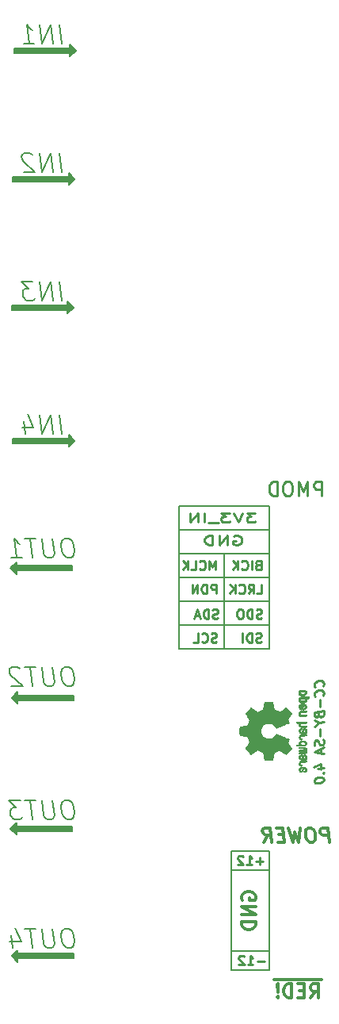
<source format=gbr>
%TF.GenerationSoftware,KiCad,Pcbnew,(6.0.6)*%
%TF.CreationDate,2022-08-14T16:56:23+02:00*%
%TF.ProjectId,eurorack-pmod-pcb,6575726f-7261-4636-9b2d-706d6f642d70,rev?*%
%TF.SameCoordinates,Original*%
%TF.FileFunction,Legend,Bot*%
%TF.FilePolarity,Positive*%
%FSLAX46Y46*%
G04 Gerber Fmt 4.6, Leading zero omitted, Abs format (unit mm)*
G04 Created by KiCad (PCBNEW (6.0.6)) date 2022-08-14 16:56:23*
%MOMM*%
%LPD*%
G01*
G04 APERTURE LIST*
%ADD10C,0.150000*%
%ADD11C,0.250000*%
%ADD12C,0.375000*%
%ADD13C,0.300000*%
%ADD14C,0.010000*%
G04 APERTURE END LIST*
D10*
X12700000Y-105410000D02*
X8636000Y-105410000D01*
G36*
X-8001000Y-7239000D02*
G01*
X-8636000Y-7874000D01*
X-8636000Y-7493000D01*
X-14605000Y-7493000D01*
X-14605000Y-6985000D01*
X-8636000Y-6985000D01*
X-8636000Y-6604000D01*
X-8001000Y-7239000D01*
G37*
X-8001000Y-7239000D02*
X-8636000Y-7874000D01*
X-8636000Y-7493000D01*
X-14605000Y-7493000D01*
X-14605000Y-6985000D01*
X-8636000Y-6985000D01*
X-8636000Y-6604000D01*
X-8001000Y-7239000D01*
X12700000Y-63500000D02*
X3048000Y-63500000D01*
G36*
X-14351000Y-90043000D02*
G01*
X-8382000Y-90043000D01*
X-8382000Y-90551000D01*
X-14351000Y-90551000D01*
X-14351000Y-90932000D01*
X-14986000Y-90297000D01*
X-14351000Y-89662000D01*
X-14351000Y-90043000D01*
G37*
X-14351000Y-90043000D02*
X-8382000Y-90043000D01*
X-8382000Y-90551000D01*
X-14351000Y-90551000D01*
X-14351000Y-90932000D01*
X-14986000Y-90297000D01*
X-14351000Y-89662000D01*
X-14351000Y-90043000D01*
X8636000Y-105410000D02*
X8636000Y-92710000D01*
X3048000Y-60960000D02*
X12700000Y-60960000D01*
X12700000Y-58420000D02*
X12700000Y-55880000D01*
X7874000Y-60960000D02*
X7874000Y-71120000D01*
G36*
X-14224000Y-103632000D02*
G01*
X-8255000Y-103632000D01*
X-8255000Y-104140000D01*
X-14224000Y-104140000D01*
X-14224000Y-104521000D01*
X-14859000Y-103886000D01*
X-14224000Y-103251000D01*
X-14224000Y-103632000D01*
G37*
X-14224000Y-103632000D02*
X-8255000Y-103632000D01*
X-8255000Y-104140000D01*
X-14224000Y-104140000D01*
X-14224000Y-104521000D01*
X-14859000Y-103886000D01*
X-14224000Y-103251000D01*
X-14224000Y-103632000D01*
X12700000Y-58420000D02*
X3048000Y-58420000D01*
X12700000Y-68580000D02*
X3048000Y-68580000D01*
X12700000Y-103378000D02*
X8636000Y-103378000D01*
X12700000Y-55880000D02*
X3048000Y-55880000D01*
G36*
X-8128000Y-20955000D02*
G01*
X-8763000Y-21590000D01*
X-8763000Y-21209000D01*
X-14732000Y-21209000D01*
X-14732000Y-20701000D01*
X-8763000Y-20701000D01*
X-8763000Y-20320000D01*
X-8128000Y-20955000D01*
G37*
X-8128000Y-20955000D02*
X-8763000Y-21590000D01*
X-8763000Y-21209000D01*
X-14732000Y-21209000D01*
X-14732000Y-20701000D01*
X-8763000Y-20701000D01*
X-8763000Y-20320000D01*
X-8128000Y-20955000D01*
X12700000Y-94742000D02*
X8636000Y-94742000D01*
X12700000Y-66040000D02*
X3048000Y-66040000D01*
X8636000Y-92710000D02*
X12700000Y-92710000D01*
X12700000Y-71120000D02*
X3048000Y-71120000D01*
G36*
X-14351000Y-62230000D02*
G01*
X-8382000Y-62230000D01*
X-8382000Y-62738000D01*
X-14351000Y-62738000D01*
X-14351000Y-63119000D01*
X-14986000Y-62484000D01*
X-14351000Y-61849000D01*
X-14351000Y-62230000D01*
G37*
X-14351000Y-62230000D02*
X-8382000Y-62230000D01*
X-8382000Y-62738000D01*
X-14351000Y-62738000D01*
X-14351000Y-63119000D01*
X-14986000Y-62484000D01*
X-14351000Y-61849000D01*
X-14351000Y-62230000D01*
G36*
X-8128000Y-48895000D02*
G01*
X-8763000Y-49530000D01*
X-8763000Y-49149000D01*
X-14732000Y-49149000D01*
X-14732000Y-48641000D01*
X-8763000Y-48641000D01*
X-8763000Y-48260000D01*
X-8128000Y-48895000D01*
G37*
X-8128000Y-48895000D02*
X-8763000Y-49530000D01*
X-8763000Y-49149000D01*
X-14732000Y-49149000D01*
X-14732000Y-48641000D01*
X-8763000Y-48641000D01*
X-8763000Y-48260000D01*
X-8128000Y-48895000D01*
X3048000Y-55880000D02*
X3048000Y-58420000D01*
X12700000Y-92710000D02*
X12700000Y-105410000D01*
G36*
X-14224000Y-76073000D02*
G01*
X-8255000Y-76073000D01*
X-8255000Y-76581000D01*
X-14224000Y-76581000D01*
X-14224000Y-76962000D01*
X-14859000Y-76327000D01*
X-14224000Y-75692000D01*
X-14224000Y-76073000D01*
G37*
X-14224000Y-76073000D02*
X-8255000Y-76073000D01*
X-8255000Y-76581000D01*
X-14224000Y-76581000D01*
X-14224000Y-76962000D01*
X-14859000Y-76327000D01*
X-14224000Y-75692000D01*
X-14224000Y-76073000D01*
X3048000Y-71120000D02*
X3048000Y-60960000D01*
G36*
X-8255000Y-34671000D02*
G01*
X-8890000Y-35306000D01*
X-8890000Y-34925000D01*
X-14859000Y-34925000D01*
X-14859000Y-34417000D01*
X-8890000Y-34417000D01*
X-8890000Y-34036000D01*
X-8255000Y-34671000D01*
G37*
X-8255000Y-34671000D02*
X-8890000Y-35306000D01*
X-8890000Y-34925000D01*
X-14859000Y-34925000D01*
X-14859000Y-34417000D01*
X-8890000Y-34417000D01*
X-8890000Y-34036000D01*
X-8255000Y-34671000D01*
X12700000Y-60960000D02*
X12700000Y-58420000D01*
X3048000Y-58420000D02*
X3048000Y-60960000D01*
X12700000Y-60960000D02*
X12700000Y-71120000D01*
X-9494654Y-6492761D02*
X-9744654Y-4492761D01*
X-10447035Y-6492761D02*
X-10697035Y-4492761D01*
X-11589892Y-6492761D01*
X-11839892Y-4492761D01*
X-13589892Y-6492761D02*
X-12447035Y-6492761D01*
X-13018464Y-6492761D02*
X-13268464Y-4492761D01*
X-13042273Y-4778476D01*
X-12827988Y-4968952D01*
X-12625607Y-5064190D01*
X-9494654Y-48148761D02*
X-9744654Y-46148761D01*
X-10447035Y-48148761D02*
X-10697035Y-46148761D01*
X-11589892Y-48148761D01*
X-11839892Y-46148761D01*
X-13566083Y-46815428D02*
X-13399416Y-48148761D01*
X-13185130Y-46053523D02*
X-12530369Y-47482095D01*
X-13768464Y-47482095D01*
D11*
X7000714Y-65222380D02*
X7000714Y-64222380D01*
X6619761Y-64222380D01*
X6524523Y-64270000D01*
X6476904Y-64317619D01*
X6429285Y-64412857D01*
X6429285Y-64555714D01*
X6476904Y-64650952D01*
X6524523Y-64698571D01*
X6619761Y-64746190D01*
X7000714Y-64746190D01*
X6000714Y-65222380D02*
X6000714Y-64222380D01*
X5762619Y-64222380D01*
X5619761Y-64270000D01*
X5524523Y-64365238D01*
X5476904Y-64460476D01*
X5429285Y-64650952D01*
X5429285Y-64793809D01*
X5476904Y-64984285D01*
X5524523Y-65079523D01*
X5619761Y-65174761D01*
X5762619Y-65222380D01*
X6000714Y-65222380D01*
X5000714Y-65222380D02*
X5000714Y-64222380D01*
X4429285Y-65222380D01*
X4429285Y-64222380D01*
D10*
X-9494654Y-33924761D02*
X-9744654Y-31924761D01*
X-10447035Y-33924761D02*
X-10697035Y-31924761D01*
X-11589892Y-33924761D01*
X-11839892Y-31924761D01*
X-12601797Y-31924761D02*
X-13839892Y-31924761D01*
X-13077988Y-32686666D01*
X-13363702Y-32686666D01*
X-13542273Y-32781904D01*
X-13625607Y-32877142D01*
X-13697035Y-33067619D01*
X-13637511Y-33543809D01*
X-13518464Y-33734285D01*
X-13411321Y-33829523D01*
X-13208940Y-33924761D01*
X-12637511Y-33924761D01*
X-12458940Y-33829523D01*
X-12375607Y-33734285D01*
X-8792273Y-73072761D02*
X-9173226Y-73072761D01*
X-9351797Y-73168000D01*
X-9518464Y-73358476D01*
X-9566083Y-73739428D01*
X-9482750Y-74406095D01*
X-9339892Y-74787047D01*
X-9125607Y-74977523D01*
X-8923226Y-75072761D01*
X-8542273Y-75072761D01*
X-8363702Y-74977523D01*
X-8197035Y-74787047D01*
X-8149416Y-74406095D01*
X-8232750Y-73739428D01*
X-8375607Y-73358476D01*
X-8589892Y-73168000D01*
X-8792273Y-73072761D01*
X-10506559Y-73072761D02*
X-10304178Y-74691809D01*
X-10375607Y-74882285D01*
X-10458940Y-74977523D01*
X-10637511Y-75072761D01*
X-11018464Y-75072761D01*
X-11220845Y-74977523D01*
X-11327988Y-74882285D01*
X-11447035Y-74691809D01*
X-11649416Y-73072761D01*
X-12316083Y-73072761D02*
X-13458940Y-73072761D01*
X-12637511Y-75072761D02*
X-12887511Y-73072761D01*
X-14006559Y-73263238D02*
X-14113702Y-73168000D01*
X-14316083Y-73072761D01*
X-14792273Y-73072761D01*
X-14970845Y-73168000D01*
X-15054178Y-73263238D01*
X-15125607Y-73453714D01*
X-15101797Y-73644190D01*
X-14970845Y-73929904D01*
X-13685130Y-75072761D01*
X-14923226Y-75072761D01*
D11*
X11453666Y-62158571D02*
X11310809Y-62206190D01*
X11263190Y-62253809D01*
X11215571Y-62349047D01*
X11215571Y-62491904D01*
X11263190Y-62587142D01*
X11310809Y-62634761D01*
X11406047Y-62682380D01*
X11787000Y-62682380D01*
X11787000Y-61682380D01*
X11453666Y-61682380D01*
X11358428Y-61730000D01*
X11310809Y-61777619D01*
X11263190Y-61872857D01*
X11263190Y-61968095D01*
X11310809Y-62063333D01*
X11358428Y-62110952D01*
X11453666Y-62158571D01*
X11787000Y-62158571D01*
X10787000Y-62682380D02*
X10787000Y-61682380D01*
X9739380Y-62587142D02*
X9787000Y-62634761D01*
X9929857Y-62682380D01*
X10025095Y-62682380D01*
X10167952Y-62634761D01*
X10263190Y-62539523D01*
X10310809Y-62444285D01*
X10358428Y-62253809D01*
X10358428Y-62110952D01*
X10310809Y-61920476D01*
X10263190Y-61825238D01*
X10167952Y-61730000D01*
X10025095Y-61682380D01*
X9929857Y-61682380D01*
X9787000Y-61730000D01*
X9739380Y-61777619D01*
X9310809Y-62682380D02*
X9310809Y-61682380D01*
X8739380Y-62682380D02*
X9167952Y-62110952D01*
X8739380Y-61682380D02*
X9310809Y-62253809D01*
X12128333Y-104465428D02*
X11366428Y-104465428D01*
X10366428Y-104846380D02*
X10937857Y-104846380D01*
X10652142Y-104846380D02*
X10652142Y-103846380D01*
X10747380Y-103989238D01*
X10842619Y-104084476D01*
X10937857Y-104132095D01*
X9985476Y-103941619D02*
X9937857Y-103894000D01*
X9842619Y-103846380D01*
X9604523Y-103846380D01*
X9509285Y-103894000D01*
X9461666Y-103941619D01*
X9414047Y-104036857D01*
X9414047Y-104132095D01*
X9461666Y-104274952D01*
X10033095Y-104846380D01*
X9414047Y-104846380D01*
X7183285Y-67841761D02*
X7040428Y-67889380D01*
X6802333Y-67889380D01*
X6707095Y-67841761D01*
X6659476Y-67794142D01*
X6611857Y-67698904D01*
X6611857Y-67603666D01*
X6659476Y-67508428D01*
X6707095Y-67460809D01*
X6802333Y-67413190D01*
X6992809Y-67365571D01*
X7088047Y-67317952D01*
X7135666Y-67270333D01*
X7183285Y-67175095D01*
X7183285Y-67079857D01*
X7135666Y-66984619D01*
X7088047Y-66937000D01*
X6992809Y-66889380D01*
X6754714Y-66889380D01*
X6611857Y-66937000D01*
X6183285Y-67889380D02*
X6183285Y-66889380D01*
X5945190Y-66889380D01*
X5802333Y-66937000D01*
X5707095Y-67032238D01*
X5659476Y-67127476D01*
X5611857Y-67317952D01*
X5611857Y-67460809D01*
X5659476Y-67651285D01*
X5707095Y-67746523D01*
X5802333Y-67841761D01*
X5945190Y-67889380D01*
X6183285Y-67889380D01*
X5230904Y-67603666D02*
X4754714Y-67603666D01*
X5326142Y-67889380D02*
X4992809Y-66889380D01*
X4659476Y-67889380D01*
D10*
X-8792273Y-87296761D02*
X-9173226Y-87296761D01*
X-9351797Y-87392000D01*
X-9518464Y-87582476D01*
X-9566083Y-87963428D01*
X-9482750Y-88630095D01*
X-9339892Y-89011047D01*
X-9125607Y-89201523D01*
X-8923226Y-89296761D01*
X-8542273Y-89296761D01*
X-8363702Y-89201523D01*
X-8197035Y-89011047D01*
X-8149416Y-88630095D01*
X-8232750Y-87963428D01*
X-8375607Y-87582476D01*
X-8589892Y-87392000D01*
X-8792273Y-87296761D01*
X-10506559Y-87296761D02*
X-10304178Y-88915809D01*
X-10375607Y-89106285D01*
X-10458940Y-89201523D01*
X-10637511Y-89296761D01*
X-11018464Y-89296761D01*
X-11220845Y-89201523D01*
X-11327988Y-89106285D01*
X-11447035Y-88915809D01*
X-11649416Y-87296761D01*
X-12316083Y-87296761D02*
X-13458940Y-87296761D01*
X-12637511Y-89296761D02*
X-12887511Y-87296761D01*
X-13935130Y-87296761D02*
X-15173226Y-87296761D01*
X-14411321Y-88058666D01*
X-14697035Y-88058666D01*
X-14875607Y-88153904D01*
X-14958940Y-88249142D01*
X-15030369Y-88439619D01*
X-14970845Y-88915809D01*
X-14851797Y-89106285D01*
X-14744654Y-89201523D01*
X-14542273Y-89296761D01*
X-13970845Y-89296761D01*
X-13792273Y-89201523D01*
X-13708940Y-89106285D01*
X-9494654Y-20208761D02*
X-9744654Y-18208761D01*
X-10447035Y-20208761D02*
X-10697035Y-18208761D01*
X-11589892Y-20208761D01*
X-11839892Y-18208761D01*
X-12673226Y-18399238D02*
X-12780369Y-18304000D01*
X-12982750Y-18208761D01*
X-13458940Y-18208761D01*
X-13637511Y-18304000D01*
X-13720845Y-18399238D01*
X-13792273Y-18589714D01*
X-13768464Y-18780190D01*
X-13637511Y-19065904D01*
X-12351797Y-20208761D01*
X-13589892Y-20208761D01*
D12*
X9791000Y-97917142D02*
X9719571Y-97774285D01*
X9719571Y-97560000D01*
X9791000Y-97345714D01*
X9933857Y-97202857D01*
X10076714Y-97131428D01*
X10362428Y-97060000D01*
X10576714Y-97060000D01*
X10862428Y-97131428D01*
X11005285Y-97202857D01*
X11148142Y-97345714D01*
X11219571Y-97560000D01*
X11219571Y-97702857D01*
X11148142Y-97917142D01*
X11076714Y-97988571D01*
X10576714Y-97988571D01*
X10576714Y-97702857D01*
X11219571Y-98631428D02*
X9719571Y-98631428D01*
X11219571Y-99488571D01*
X9719571Y-99488571D01*
X11219571Y-100202857D02*
X9719571Y-100202857D01*
X9719571Y-100560000D01*
X9791000Y-100774285D01*
X9933857Y-100917142D01*
X10076714Y-100988571D01*
X10362428Y-101060000D01*
X10576714Y-101060000D01*
X10862428Y-100988571D01*
X11005285Y-100917142D01*
X11148142Y-100774285D01*
X11219571Y-100560000D01*
X11219571Y-100202857D01*
D10*
X-8792273Y-101012761D02*
X-9173226Y-101012761D01*
X-9351797Y-101108000D01*
X-9518464Y-101298476D01*
X-9566083Y-101679428D01*
X-9482750Y-102346095D01*
X-9339892Y-102727047D01*
X-9125607Y-102917523D01*
X-8923226Y-103012761D01*
X-8542273Y-103012761D01*
X-8363702Y-102917523D01*
X-8197035Y-102727047D01*
X-8149416Y-102346095D01*
X-8232750Y-101679428D01*
X-8375607Y-101298476D01*
X-8589892Y-101108000D01*
X-8792273Y-101012761D01*
X-10506559Y-101012761D02*
X-10304178Y-102631809D01*
X-10375607Y-102822285D01*
X-10458940Y-102917523D01*
X-10637511Y-103012761D01*
X-11018464Y-103012761D01*
X-11220845Y-102917523D01*
X-11327988Y-102822285D01*
X-11447035Y-102631809D01*
X-11649416Y-101012761D01*
X-12316083Y-101012761D02*
X-13458940Y-101012761D01*
X-12637511Y-103012761D02*
X-12887511Y-101012761D01*
X-14899416Y-101679428D02*
X-14732750Y-103012761D01*
X-14518464Y-100917523D02*
X-13863702Y-102346095D01*
X-15101797Y-102346095D01*
D11*
X11191428Y-56602380D02*
X10262857Y-56602380D01*
X10762857Y-56983333D01*
X10548571Y-56983333D01*
X10405714Y-57030952D01*
X10334285Y-57078571D01*
X10262857Y-57173809D01*
X10262857Y-57411904D01*
X10334285Y-57507142D01*
X10405714Y-57554761D01*
X10548571Y-57602380D01*
X10977142Y-57602380D01*
X11120000Y-57554761D01*
X11191428Y-57507142D01*
X9834285Y-56602380D02*
X9334285Y-57602380D01*
X8834285Y-56602380D01*
X8477142Y-56602380D02*
X7548571Y-56602380D01*
X8048571Y-56983333D01*
X7834285Y-56983333D01*
X7691428Y-57030952D01*
X7620000Y-57078571D01*
X7548571Y-57173809D01*
X7548571Y-57411904D01*
X7620000Y-57507142D01*
X7691428Y-57554761D01*
X7834285Y-57602380D01*
X8262857Y-57602380D01*
X8405714Y-57554761D01*
X8477142Y-57507142D01*
X7262857Y-57697619D02*
X6120000Y-57697619D01*
X5762857Y-57602380D02*
X5762857Y-56602380D01*
X5048571Y-57602380D02*
X5048571Y-56602380D01*
X4191428Y-57602380D01*
X4191428Y-56602380D01*
D12*
X18283714Y-106451000D02*
X16783714Y-106451000D01*
X17069428Y-108374571D02*
X17569428Y-107660285D01*
X17926571Y-108374571D02*
X17926571Y-106874571D01*
X17355142Y-106874571D01*
X17212285Y-106946000D01*
X17140857Y-107017428D01*
X17069428Y-107160285D01*
X17069428Y-107374571D01*
X17140857Y-107517428D01*
X17212285Y-107588857D01*
X17355142Y-107660285D01*
X17926571Y-107660285D01*
X16783714Y-106451000D02*
X15426571Y-106451000D01*
X16426571Y-107588857D02*
X15926571Y-107588857D01*
X15712285Y-108374571D02*
X16426571Y-108374571D01*
X16426571Y-106874571D01*
X15712285Y-106874571D01*
X15426571Y-106451000D02*
X13926571Y-106451000D01*
X15069428Y-108374571D02*
X15069428Y-106874571D01*
X14712285Y-106874571D01*
X14498000Y-106946000D01*
X14355142Y-107088857D01*
X14283714Y-107231714D01*
X14212285Y-107517428D01*
X14212285Y-107731714D01*
X14283714Y-108017428D01*
X14355142Y-108160285D01*
X14498000Y-108303142D01*
X14712285Y-108374571D01*
X15069428Y-108374571D01*
X13926571Y-106451000D02*
X13212285Y-106451000D01*
X13569428Y-108231714D02*
X13498000Y-108303142D01*
X13569428Y-108374571D01*
X13640857Y-108303142D01*
X13569428Y-108231714D01*
X13569428Y-108374571D01*
X13569428Y-107803142D02*
X13640857Y-106946000D01*
X13569428Y-106874571D01*
X13498000Y-106946000D01*
X13569428Y-107803142D01*
X13569428Y-106874571D01*
D11*
X18279714Y-54780571D02*
X18279714Y-53280571D01*
X17708285Y-53280571D01*
X17565428Y-53352000D01*
X17494000Y-53423428D01*
X17422571Y-53566285D01*
X17422571Y-53780571D01*
X17494000Y-53923428D01*
X17565428Y-53994857D01*
X17708285Y-54066285D01*
X18279714Y-54066285D01*
X16779714Y-54780571D02*
X16779714Y-53280571D01*
X16279714Y-54352000D01*
X15779714Y-53280571D01*
X15779714Y-54780571D01*
X14779714Y-53280571D02*
X14494000Y-53280571D01*
X14351142Y-53352000D01*
X14208285Y-53494857D01*
X14136857Y-53780571D01*
X14136857Y-54280571D01*
X14208285Y-54566285D01*
X14351142Y-54709142D01*
X14494000Y-54780571D01*
X14779714Y-54780571D01*
X14922571Y-54709142D01*
X15065428Y-54566285D01*
X15136857Y-54280571D01*
X15136857Y-53780571D01*
X15065428Y-53494857D01*
X14922571Y-53352000D01*
X14779714Y-53280571D01*
X13494000Y-54780571D02*
X13494000Y-53280571D01*
X13136857Y-53280571D01*
X12922571Y-53352000D01*
X12779714Y-53494857D01*
X12708285Y-53637714D01*
X12636857Y-53923428D01*
X12636857Y-54137714D01*
X12708285Y-54423428D01*
X12779714Y-54566285D01*
X12922571Y-54709142D01*
X13136857Y-54780571D01*
X13494000Y-54780571D01*
X11818809Y-70381761D02*
X11675952Y-70429380D01*
X11437857Y-70429380D01*
X11342619Y-70381761D01*
X11295000Y-70334142D01*
X11247380Y-70238904D01*
X11247380Y-70143666D01*
X11295000Y-70048428D01*
X11342619Y-70000809D01*
X11437857Y-69953190D01*
X11628333Y-69905571D01*
X11723571Y-69857952D01*
X11771190Y-69810333D01*
X11818809Y-69715095D01*
X11818809Y-69619857D01*
X11771190Y-69524619D01*
X11723571Y-69477000D01*
X11628333Y-69429380D01*
X11390238Y-69429380D01*
X11247380Y-69477000D01*
X10818809Y-70429380D02*
X10818809Y-69429380D01*
X10580714Y-69429380D01*
X10437857Y-69477000D01*
X10342619Y-69572238D01*
X10295000Y-69667476D01*
X10247380Y-69857952D01*
X10247380Y-70000809D01*
X10295000Y-70191285D01*
X10342619Y-70286523D01*
X10437857Y-70381761D01*
X10580714Y-70429380D01*
X10818809Y-70429380D01*
X9818809Y-70429380D02*
X9818809Y-69429380D01*
X11850523Y-67841761D02*
X11707666Y-67889380D01*
X11469571Y-67889380D01*
X11374333Y-67841761D01*
X11326714Y-67794142D01*
X11279095Y-67698904D01*
X11279095Y-67603666D01*
X11326714Y-67508428D01*
X11374333Y-67460809D01*
X11469571Y-67413190D01*
X11660047Y-67365571D01*
X11755285Y-67317952D01*
X11802904Y-67270333D01*
X11850523Y-67175095D01*
X11850523Y-67079857D01*
X11802904Y-66984619D01*
X11755285Y-66937000D01*
X11660047Y-66889380D01*
X11421952Y-66889380D01*
X11279095Y-66937000D01*
X10850523Y-67889380D02*
X10850523Y-66889380D01*
X10612428Y-66889380D01*
X10469571Y-66937000D01*
X10374333Y-67032238D01*
X10326714Y-67127476D01*
X10279095Y-67317952D01*
X10279095Y-67460809D01*
X10326714Y-67651285D01*
X10374333Y-67746523D01*
X10469571Y-67841761D01*
X10612428Y-67889380D01*
X10850523Y-67889380D01*
X9660047Y-66889380D02*
X9469571Y-66889380D01*
X9374333Y-66937000D01*
X9279095Y-67032238D01*
X9231476Y-67222714D01*
X9231476Y-67556047D01*
X9279095Y-67746523D01*
X9374333Y-67841761D01*
X9469571Y-67889380D01*
X9660047Y-67889380D01*
X9755285Y-67841761D01*
X9850523Y-67746523D01*
X9898142Y-67556047D01*
X9898142Y-67222714D01*
X9850523Y-67032238D01*
X9755285Y-66937000D01*
X9660047Y-66889380D01*
X11350476Y-65222380D02*
X11826666Y-65222380D01*
X11826666Y-64222380D01*
X10445714Y-65222380D02*
X10779047Y-64746190D01*
X11017142Y-65222380D02*
X11017142Y-64222380D01*
X10636190Y-64222380D01*
X10540952Y-64270000D01*
X10493333Y-64317619D01*
X10445714Y-64412857D01*
X10445714Y-64555714D01*
X10493333Y-64650952D01*
X10540952Y-64698571D01*
X10636190Y-64746190D01*
X11017142Y-64746190D01*
X9445714Y-65127142D02*
X9493333Y-65174761D01*
X9636190Y-65222380D01*
X9731428Y-65222380D01*
X9874285Y-65174761D01*
X9969523Y-65079523D01*
X10017142Y-64984285D01*
X10064761Y-64793809D01*
X10064761Y-64650952D01*
X10017142Y-64460476D01*
X9969523Y-64365238D01*
X9874285Y-64270000D01*
X9731428Y-64222380D01*
X9636190Y-64222380D01*
X9493333Y-64270000D01*
X9445714Y-64317619D01*
X9017142Y-65222380D02*
X9017142Y-64222380D01*
X8445714Y-65222380D02*
X8874285Y-64650952D01*
X8445714Y-64222380D02*
X9017142Y-64793809D01*
X18391142Y-75093898D02*
X18438761Y-75040327D01*
X18486380Y-74891517D01*
X18486380Y-74796279D01*
X18438761Y-74659375D01*
X18343523Y-74576041D01*
X18248285Y-74540327D01*
X18057809Y-74516517D01*
X17914952Y-74534375D01*
X17724476Y-74605803D01*
X17629238Y-74665327D01*
X17534000Y-74772470D01*
X17486380Y-74921279D01*
X17486380Y-75016517D01*
X17534000Y-75153422D01*
X17581619Y-75195089D01*
X18391142Y-76093898D02*
X18438761Y-76040327D01*
X18486380Y-75891517D01*
X18486380Y-75796279D01*
X18438761Y-75659375D01*
X18343523Y-75576041D01*
X18248285Y-75540327D01*
X18057809Y-75516517D01*
X17914952Y-75534375D01*
X17724476Y-75605803D01*
X17629238Y-75665327D01*
X17534000Y-75772470D01*
X17486380Y-75921279D01*
X17486380Y-76016517D01*
X17534000Y-76153422D01*
X17581619Y-76195089D01*
X18105428Y-76558184D02*
X18105428Y-77320089D01*
X17962571Y-78147470D02*
X18010190Y-78284375D01*
X18057809Y-78326041D01*
X18153047Y-78361755D01*
X18295904Y-78343898D01*
X18391142Y-78284375D01*
X18438761Y-78230803D01*
X18486380Y-78129613D01*
X18486380Y-77748660D01*
X17486380Y-77873660D01*
X17486380Y-78206994D01*
X17534000Y-78296279D01*
X17581619Y-78337946D01*
X17676857Y-78373660D01*
X17772095Y-78361755D01*
X17867333Y-78302232D01*
X17914952Y-78248660D01*
X17962571Y-78147470D01*
X17962571Y-77814136D01*
X18010190Y-78998660D02*
X18486380Y-78939136D01*
X17486380Y-78730803D02*
X18010190Y-78998660D01*
X17486380Y-79397470D01*
X18105428Y-79653422D02*
X18105428Y-80415327D01*
X18438761Y-80802232D02*
X18486380Y-80939136D01*
X18486380Y-81177232D01*
X18438761Y-81278422D01*
X18391142Y-81331994D01*
X18295904Y-81391517D01*
X18200666Y-81403422D01*
X18105428Y-81367708D01*
X18057809Y-81326041D01*
X18010190Y-81236755D01*
X17962571Y-81052232D01*
X17914952Y-80962946D01*
X17867333Y-80921279D01*
X17772095Y-80885565D01*
X17676857Y-80897470D01*
X17581619Y-80956994D01*
X17534000Y-81010565D01*
X17486380Y-81111755D01*
X17486380Y-81349851D01*
X17534000Y-81486755D01*
X18200666Y-81784375D02*
X18200666Y-82260565D01*
X18486380Y-81653422D02*
X17486380Y-82111755D01*
X18486380Y-82320089D01*
X17819714Y-83927232D02*
X18486380Y-83843898D01*
X17438761Y-83736755D02*
X18153047Y-83409375D01*
X18153047Y-84028422D01*
X18391142Y-84379613D02*
X18438761Y-84421279D01*
X18486380Y-84367708D01*
X18438761Y-84326041D01*
X18391142Y-84379613D01*
X18486380Y-84367708D01*
X17486380Y-85159375D02*
X17486380Y-85254613D01*
X17534000Y-85343898D01*
X17581619Y-85385565D01*
X17676857Y-85421279D01*
X17867333Y-85445089D01*
X18105428Y-85415327D01*
X18295904Y-85343898D01*
X18391142Y-85284375D01*
X18438761Y-85230803D01*
X18486380Y-85129613D01*
X18486380Y-85034375D01*
X18438761Y-84945089D01*
X18391142Y-84903422D01*
X18295904Y-84867708D01*
X18105428Y-84843898D01*
X17867333Y-84873660D01*
X17676857Y-84945089D01*
X17581619Y-85004613D01*
X17534000Y-85058184D01*
X17486380Y-85159375D01*
X6945095Y-62682380D02*
X6945095Y-61682380D01*
X6611761Y-62396666D01*
X6278428Y-61682380D01*
X6278428Y-62682380D01*
X5230809Y-62587142D02*
X5278428Y-62634761D01*
X5421285Y-62682380D01*
X5516523Y-62682380D01*
X5659380Y-62634761D01*
X5754619Y-62539523D01*
X5802238Y-62444285D01*
X5849857Y-62253809D01*
X5849857Y-62110952D01*
X5802238Y-61920476D01*
X5754619Y-61825238D01*
X5659380Y-61730000D01*
X5516523Y-61682380D01*
X5421285Y-61682380D01*
X5278428Y-61730000D01*
X5230809Y-61777619D01*
X4326047Y-62682380D02*
X4802238Y-62682380D01*
X4802238Y-61682380D01*
X3992714Y-62682380D02*
X3992714Y-61682380D01*
X3421285Y-62682380D02*
X3849857Y-62110952D01*
X3421285Y-61682380D02*
X3992714Y-62253809D01*
X8889857Y-59063000D02*
X9032714Y-59015380D01*
X9247000Y-59015380D01*
X9461285Y-59063000D01*
X9604142Y-59158238D01*
X9675571Y-59253476D01*
X9747000Y-59443952D01*
X9747000Y-59586809D01*
X9675571Y-59777285D01*
X9604142Y-59872523D01*
X9461285Y-59967761D01*
X9247000Y-60015380D01*
X9104142Y-60015380D01*
X8889857Y-59967761D01*
X8818428Y-59920142D01*
X8818428Y-59586809D01*
X9104142Y-59586809D01*
X8175571Y-60015380D02*
X8175571Y-59015380D01*
X7318428Y-60015380D01*
X7318428Y-59015380D01*
X6604142Y-60015380D02*
X6604142Y-59015380D01*
X6247000Y-59015380D01*
X6032714Y-59063000D01*
X5889857Y-59158238D01*
X5818428Y-59253476D01*
X5747000Y-59443952D01*
X5747000Y-59586809D01*
X5818428Y-59777285D01*
X5889857Y-59872523D01*
X6032714Y-59967761D01*
X6247000Y-60015380D01*
X6604142Y-60015380D01*
D10*
X-8792273Y-59356761D02*
X-9173226Y-59356761D01*
X-9351797Y-59452000D01*
X-9518464Y-59642476D01*
X-9566083Y-60023428D01*
X-9482750Y-60690095D01*
X-9339892Y-61071047D01*
X-9125607Y-61261523D01*
X-8923226Y-61356761D01*
X-8542273Y-61356761D01*
X-8363702Y-61261523D01*
X-8197035Y-61071047D01*
X-8149416Y-60690095D01*
X-8232750Y-60023428D01*
X-8375607Y-59642476D01*
X-8589892Y-59452000D01*
X-8792273Y-59356761D01*
X-10506559Y-59356761D02*
X-10304178Y-60975809D01*
X-10375607Y-61166285D01*
X-10458940Y-61261523D01*
X-10637511Y-61356761D01*
X-11018464Y-61356761D01*
X-11220845Y-61261523D01*
X-11327988Y-61166285D01*
X-11447035Y-60975809D01*
X-11649416Y-59356761D01*
X-12316083Y-59356761D02*
X-13458940Y-59356761D01*
X-12637511Y-61356761D02*
X-12887511Y-59356761D01*
X-14923226Y-61356761D02*
X-13780369Y-61356761D01*
X-14351797Y-61356761D02*
X-14601797Y-59356761D01*
X-14375607Y-59642476D01*
X-14161321Y-59832952D01*
X-13958940Y-59928190D01*
D13*
X19100294Y-91737571D02*
X18912794Y-90237571D01*
X18341366Y-90237571D01*
X18207437Y-90309000D01*
X18144937Y-90380428D01*
X18091366Y-90523285D01*
X18118151Y-90737571D01*
X18207437Y-90880428D01*
X18287794Y-90951857D01*
X18439580Y-91023285D01*
X19011008Y-91023285D01*
X17127080Y-90237571D02*
X16841366Y-90237571D01*
X16707437Y-90309000D01*
X16582437Y-90451857D01*
X16546723Y-90737571D01*
X16609223Y-91237571D01*
X16716366Y-91523285D01*
X16877080Y-91666142D01*
X17028866Y-91737571D01*
X17314580Y-91737571D01*
X17448508Y-91666142D01*
X17573508Y-91523285D01*
X17609223Y-91237571D01*
X17546723Y-90737571D01*
X17439580Y-90451857D01*
X17278866Y-90309000D01*
X17127080Y-90237571D01*
X15984223Y-90237571D02*
X15814580Y-91737571D01*
X15394937Y-90666142D01*
X15243151Y-91737571D01*
X14698508Y-90237571D01*
X14216366Y-90951857D02*
X13716366Y-90951857D01*
X13600294Y-91737571D02*
X14314580Y-91737571D01*
X14127080Y-90237571D01*
X13412794Y-90237571D01*
X12100294Y-91737571D02*
X12511008Y-91023285D01*
X12957437Y-91737571D02*
X12769937Y-90237571D01*
X12198508Y-90237571D01*
X12064580Y-90309000D01*
X12002080Y-90380428D01*
X11948508Y-90523285D01*
X11975294Y-90737571D01*
X12064580Y-90880428D01*
X12144937Y-90951857D01*
X12296723Y-91023285D01*
X12868151Y-91023285D01*
D11*
X7032476Y-70381761D02*
X6889619Y-70429380D01*
X6651523Y-70429380D01*
X6556285Y-70381761D01*
X6508666Y-70334142D01*
X6461047Y-70238904D01*
X6461047Y-70143666D01*
X6508666Y-70048428D01*
X6556285Y-70000809D01*
X6651523Y-69953190D01*
X6842000Y-69905571D01*
X6937238Y-69857952D01*
X6984857Y-69810333D01*
X7032476Y-69715095D01*
X7032476Y-69619857D01*
X6984857Y-69524619D01*
X6937238Y-69477000D01*
X6842000Y-69429380D01*
X6603904Y-69429380D01*
X6461047Y-69477000D01*
X5461047Y-70334142D02*
X5508666Y-70381761D01*
X5651523Y-70429380D01*
X5746761Y-70429380D01*
X5889619Y-70381761D01*
X5984857Y-70286523D01*
X6032476Y-70191285D01*
X6080095Y-70000809D01*
X6080095Y-69857952D01*
X6032476Y-69667476D01*
X5984857Y-69572238D01*
X5889619Y-69477000D01*
X5746761Y-69429380D01*
X5651523Y-69429380D01*
X5508666Y-69477000D01*
X5461047Y-69524619D01*
X4556285Y-70429380D02*
X5032476Y-70429380D01*
X5032476Y-69429380D01*
X12001333Y-93797428D02*
X11239428Y-93797428D01*
X11620380Y-94178380D02*
X11620380Y-93416476D01*
X10239428Y-94178380D02*
X10810857Y-94178380D01*
X10525142Y-94178380D02*
X10525142Y-93178380D01*
X10620380Y-93321238D01*
X10715619Y-93416476D01*
X10810857Y-93464095D01*
X9858476Y-93273619D02*
X9810857Y-93226000D01*
X9715619Y-93178380D01*
X9477523Y-93178380D01*
X9382285Y-93226000D01*
X9334666Y-93273619D01*
X9287047Y-93368857D01*
X9287047Y-93464095D01*
X9334666Y-93606952D01*
X9906095Y-94178380D01*
X9287047Y-94178380D01*
%TO.C,REF\u002A\u002A*%
G36*
X16309643Y-76978426D02*
G01*
X16341021Y-76981934D01*
X16452705Y-77008073D01*
X16537642Y-77055306D01*
X16602741Y-77127138D01*
X16605428Y-77131198D01*
X16643634Y-77222513D01*
X16647034Y-77317856D01*
X16617939Y-77409726D01*
X16558660Y-77490621D01*
X16471510Y-77553038D01*
X16469409Y-77554086D01*
X16415289Y-77574827D01*
X16353781Y-77590020D01*
X16296039Y-77598079D01*
X16253215Y-77597418D01*
X16236462Y-77586452D01*
X16237480Y-77576710D01*
X16256009Y-77530123D01*
X16290081Y-77477318D01*
X16329522Y-77432397D01*
X16364155Y-77409465D01*
X16411133Y-77385627D01*
X16453862Y-77336770D01*
X16470923Y-77280037D01*
X16465990Y-77259242D01*
X16441157Y-77218196D01*
X16406685Y-77182443D01*
X16375411Y-77167154D01*
X16375295Y-77167158D01*
X16360933Y-77184505D01*
X16335025Y-77230753D01*
X16301210Y-77298933D01*
X16263129Y-77382077D01*
X16262927Y-77382534D01*
X16222709Y-77472862D01*
X16193733Y-77533408D01*
X16171474Y-77570112D01*
X16151407Y-77588914D01*
X16129009Y-77595754D01*
X16099756Y-77596571D01*
X16029654Y-77589378D01*
X15934412Y-77553816D01*
X15859567Y-77494286D01*
X15807745Y-77417254D01*
X15781573Y-77329185D01*
X15783071Y-77263177D01*
X15964856Y-77263177D01*
X15967406Y-77319819D01*
X16002120Y-77372416D01*
X16026107Y-77393090D01*
X16044363Y-77398000D01*
X16061777Y-77378089D01*
X16087872Y-77328479D01*
X16088610Y-77327024D01*
X16116483Y-77268494D01*
X16138719Y-77216132D01*
X16148126Y-77182914D01*
X16135552Y-77169590D01*
X16092468Y-77167154D01*
X16038847Y-77177276D01*
X15990119Y-77212369D01*
X15964856Y-77263177D01*
X15783071Y-77263177D01*
X15783676Y-77236546D01*
X15816681Y-77145802D01*
X15883215Y-77063421D01*
X15949055Y-77017778D01*
X16043036Y-76984992D01*
X16092468Y-76979661D01*
X16161536Y-76972213D01*
X16309643Y-76978426D01*
G37*
D14*
X16309643Y-76978426D02*
X16341021Y-76981934D01*
X16452705Y-77008073D01*
X16537642Y-77055306D01*
X16602741Y-77127138D01*
X16605428Y-77131198D01*
X16643634Y-77222513D01*
X16647034Y-77317856D01*
X16617939Y-77409726D01*
X16558660Y-77490621D01*
X16471510Y-77553038D01*
X16469409Y-77554086D01*
X16415289Y-77574827D01*
X16353781Y-77590020D01*
X16296039Y-77598079D01*
X16253215Y-77597418D01*
X16236462Y-77586452D01*
X16237480Y-77576710D01*
X16256009Y-77530123D01*
X16290081Y-77477318D01*
X16329522Y-77432397D01*
X16364155Y-77409465D01*
X16411133Y-77385627D01*
X16453862Y-77336770D01*
X16470923Y-77280037D01*
X16465990Y-77259242D01*
X16441157Y-77218196D01*
X16406685Y-77182443D01*
X16375411Y-77167154D01*
X16375295Y-77167158D01*
X16360933Y-77184505D01*
X16335025Y-77230753D01*
X16301210Y-77298933D01*
X16263129Y-77382077D01*
X16262927Y-77382534D01*
X16222709Y-77472862D01*
X16193733Y-77533408D01*
X16171474Y-77570112D01*
X16151407Y-77588914D01*
X16129009Y-77595754D01*
X16099756Y-77596571D01*
X16029654Y-77589378D01*
X15934412Y-77553816D01*
X15859567Y-77494286D01*
X15807745Y-77417254D01*
X15781573Y-77329185D01*
X15783071Y-77263177D01*
X15964856Y-77263177D01*
X15967406Y-77319819D01*
X16002120Y-77372416D01*
X16026107Y-77393090D01*
X16044363Y-77398000D01*
X16061777Y-77378089D01*
X16087872Y-77328479D01*
X16088610Y-77327024D01*
X16116483Y-77268494D01*
X16138719Y-77216132D01*
X16148126Y-77182914D01*
X16135552Y-77169590D01*
X16092468Y-77167154D01*
X16038847Y-77177276D01*
X15990119Y-77212369D01*
X15964856Y-77263177D01*
X15783071Y-77263177D01*
X15783676Y-77236546D01*
X15816681Y-77145802D01*
X15883215Y-77063421D01*
X15949055Y-77017778D01*
X16043036Y-76984992D01*
X16092468Y-76979661D01*
X16161536Y-76972213D01*
X16309643Y-76978426D01*
G36*
X16465670Y-82404690D02*
G01*
X16540868Y-82437429D01*
X16602131Y-82499159D01*
X16628210Y-82549142D01*
X16646470Y-82645697D01*
X16644007Y-82699353D01*
X16630687Y-82749024D01*
X16602739Y-82768081D01*
X16556710Y-82760955D01*
X16550624Y-82758882D01*
X16518349Y-82742444D01*
X16506133Y-82715074D01*
X16506950Y-82662932D01*
X16508061Y-82626116D01*
X16498528Y-82583039D01*
X16470026Y-82553525D01*
X16434935Y-82536714D01*
X16398175Y-82534839D01*
X16397961Y-82534926D01*
X16378098Y-82556721D01*
X16349192Y-82603368D01*
X16316886Y-82663722D01*
X16286823Y-82726640D01*
X16264646Y-82780977D01*
X16256000Y-82815590D01*
X16264467Y-82820740D01*
X16304309Y-82827222D01*
X16369371Y-82831661D01*
X16451385Y-82833308D01*
X16508153Y-82833691D01*
X16579648Y-82835495D01*
X16628610Y-82838442D01*
X16646769Y-82842157D01*
X16640667Y-82861576D01*
X16624095Y-82900773D01*
X16601420Y-82950538D01*
X16310509Y-82950538D01*
X16235940Y-82950220D01*
X16122701Y-82947211D01*
X16038692Y-82939546D01*
X15977520Y-82925438D01*
X15932795Y-82903101D01*
X15898124Y-82870747D01*
X15867117Y-82826590D01*
X15841528Y-82770333D01*
X15826154Y-82666460D01*
X15827911Y-82619064D01*
X15838547Y-82577193D01*
X15865062Y-82538209D01*
X15914420Y-82488035D01*
X15949279Y-82455768D01*
X15994534Y-82422156D01*
X16036951Y-82406997D01*
X16090768Y-82403461D01*
X16178850Y-82403461D01*
X16147787Y-82463530D01*
X16109936Y-82511133D01*
X16058950Y-82543739D01*
X16045088Y-82549339D01*
X15991358Y-82592008D01*
X15964417Y-82651293D01*
X15967039Y-82715939D01*
X16002000Y-82774692D01*
X16030394Y-82799550D01*
X16066718Y-82814030D01*
X16099046Y-82798530D01*
X16131565Y-82750333D01*
X16168461Y-82666726D01*
X16173557Y-82654038D01*
X16206907Y-82577922D01*
X16239793Y-82512604D01*
X16265769Y-82471047D01*
X16312167Y-82429424D01*
X16386211Y-82401753D01*
X16465670Y-82404690D01*
G37*
X16465670Y-82404690D02*
X16540868Y-82437429D01*
X16602131Y-82499159D01*
X16628210Y-82549142D01*
X16646470Y-82645697D01*
X16644007Y-82699353D01*
X16630687Y-82749024D01*
X16602739Y-82768081D01*
X16556710Y-82760955D01*
X16550624Y-82758882D01*
X16518349Y-82742444D01*
X16506133Y-82715074D01*
X16506950Y-82662932D01*
X16508061Y-82626116D01*
X16498528Y-82583039D01*
X16470026Y-82553525D01*
X16434935Y-82536714D01*
X16398175Y-82534839D01*
X16397961Y-82534926D01*
X16378098Y-82556721D01*
X16349192Y-82603368D01*
X16316886Y-82663722D01*
X16286823Y-82726640D01*
X16264646Y-82780977D01*
X16256000Y-82815590D01*
X16264467Y-82820740D01*
X16304309Y-82827222D01*
X16369371Y-82831661D01*
X16451385Y-82833308D01*
X16508153Y-82833691D01*
X16579648Y-82835495D01*
X16628610Y-82838442D01*
X16646769Y-82842157D01*
X16640667Y-82861576D01*
X16624095Y-82900773D01*
X16601420Y-82950538D01*
X16310509Y-82950538D01*
X16235940Y-82950220D01*
X16122701Y-82947211D01*
X16038692Y-82939546D01*
X15977520Y-82925438D01*
X15932795Y-82903101D01*
X15898124Y-82870747D01*
X15867117Y-82826590D01*
X15841528Y-82770333D01*
X15826154Y-82666460D01*
X15827911Y-82619064D01*
X15838547Y-82577193D01*
X15865062Y-82538209D01*
X15914420Y-82488035D01*
X15949279Y-82455768D01*
X15994534Y-82422156D01*
X16036951Y-82406997D01*
X16090768Y-82403461D01*
X16178850Y-82403461D01*
X16147787Y-82463530D01*
X16109936Y-82511133D01*
X16058950Y-82543739D01*
X16045088Y-82549339D01*
X15991358Y-82592008D01*
X15964417Y-82651293D01*
X15967039Y-82715939D01*
X16002000Y-82774692D01*
X16030394Y-82799550D01*
X16066718Y-82814030D01*
X16099046Y-82798530D01*
X16131565Y-82750333D01*
X16168461Y-82666726D01*
X16173557Y-82654038D01*
X16206907Y-82577922D01*
X16239793Y-82512604D01*
X16265769Y-82471047D01*
X16312167Y-82429424D01*
X16386211Y-82401753D01*
X16465670Y-82404690D01*
G36*
X16149518Y-79652809D02*
G01*
X16122837Y-79696300D01*
X16067446Y-79730574D01*
X16056024Y-79734093D01*
X15997838Y-79771972D01*
X15966407Y-79829064D01*
X15965058Y-79894617D01*
X15997116Y-79957883D01*
X16005383Y-79967328D01*
X16041311Y-79998913D01*
X16072635Y-80004129D01*
X16103391Y-79980235D01*
X16137617Y-79924490D01*
X16179350Y-79834154D01*
X16181993Y-79828044D01*
X16228755Y-79727759D01*
X16270181Y-79659265D01*
X16311542Y-79617101D01*
X16358111Y-79595807D01*
X16415160Y-79589923D01*
X16478408Y-79597634D01*
X16559364Y-79636570D01*
X16617522Y-79705068D01*
X16634983Y-79754612D01*
X16644537Y-79824531D01*
X16642496Y-79892425D01*
X16628082Y-79940907D01*
X16624493Y-79946057D01*
X16599416Y-79959733D01*
X16555218Y-79950243D01*
X16520527Y-79933754D01*
X16506084Y-79907313D01*
X16506803Y-79857166D01*
X16502660Y-79787547D01*
X16474054Y-79742057D01*
X16421104Y-79726692D01*
X16419582Y-79726706D01*
X16388845Y-79736017D01*
X16360643Y-79767689D01*
X16328136Y-79829269D01*
X16288998Y-79913014D01*
X16267706Y-79968482D01*
X16269079Y-80000503D01*
X16297203Y-80015466D01*
X16356170Y-80019758D01*
X16450068Y-80019769D01*
X16508031Y-80020248D01*
X16579612Y-80022444D01*
X16628606Y-80026014D01*
X16646769Y-80030509D01*
X16646646Y-80031710D01*
X16636802Y-80057681D01*
X16616028Y-80100695D01*
X16585287Y-80160141D01*
X16308298Y-80153077D01*
X16289928Y-80152586D01*
X16160992Y-80146975D01*
X16063814Y-80137062D01*
X15991925Y-80120825D01*
X15938852Y-80096241D01*
X15898127Y-80061285D01*
X15863279Y-80013936D01*
X15862733Y-80013060D01*
X15834303Y-79936501D01*
X15829500Y-79847956D01*
X15847228Y-79762542D01*
X15886389Y-79695378D01*
X15916902Y-79665831D01*
X16008110Y-79609052D01*
X16107548Y-79589923D01*
X16175960Y-79589923D01*
X16149518Y-79652809D01*
G37*
X16149518Y-79652809D02*
X16122837Y-79696300D01*
X16067446Y-79730574D01*
X16056024Y-79734093D01*
X15997838Y-79771972D01*
X15966407Y-79829064D01*
X15965058Y-79894617D01*
X15997116Y-79957883D01*
X16005383Y-79967328D01*
X16041311Y-79998913D01*
X16072635Y-80004129D01*
X16103391Y-79980235D01*
X16137617Y-79924490D01*
X16179350Y-79834154D01*
X16181993Y-79828044D01*
X16228755Y-79727759D01*
X16270181Y-79659265D01*
X16311542Y-79617101D01*
X16358111Y-79595807D01*
X16415160Y-79589923D01*
X16478408Y-79597634D01*
X16559364Y-79636570D01*
X16617522Y-79705068D01*
X16634983Y-79754612D01*
X16644537Y-79824531D01*
X16642496Y-79892425D01*
X16628082Y-79940907D01*
X16624493Y-79946057D01*
X16599416Y-79959733D01*
X16555218Y-79950243D01*
X16520527Y-79933754D01*
X16506084Y-79907313D01*
X16506803Y-79857166D01*
X16502660Y-79787547D01*
X16474054Y-79742057D01*
X16421104Y-79726692D01*
X16419582Y-79726706D01*
X16388845Y-79736017D01*
X16360643Y-79767689D01*
X16328136Y-79829269D01*
X16288998Y-79913014D01*
X16267706Y-79968482D01*
X16269079Y-80000503D01*
X16297203Y-80015466D01*
X16356170Y-80019758D01*
X16450068Y-80019769D01*
X16508031Y-80020248D01*
X16579612Y-80022444D01*
X16628606Y-80026014D01*
X16646769Y-80030509D01*
X16646646Y-80031710D01*
X16636802Y-80057681D01*
X16616028Y-80100695D01*
X16585287Y-80160141D01*
X16308298Y-80153077D01*
X16289928Y-80152586D01*
X16160992Y-80146975D01*
X16063814Y-80137062D01*
X15991925Y-80120825D01*
X15938852Y-80096241D01*
X15898127Y-80061285D01*
X15863279Y-80013936D01*
X15862733Y-80013060D01*
X15834303Y-79936501D01*
X15829500Y-79847956D01*
X15847228Y-79762542D01*
X15886389Y-79695378D01*
X15916902Y-79665831D01*
X16008110Y-79609052D01*
X16107548Y-79589923D01*
X16175960Y-79589923D01*
X16149518Y-79652809D01*
G36*
X16403805Y-83067997D02*
G01*
X16500308Y-83069140D01*
X16577323Y-83071081D01*
X16628319Y-83073635D01*
X16646769Y-83076619D01*
X16640667Y-83096038D01*
X16624095Y-83135234D01*
X16623558Y-83136411D01*
X16612903Y-83156765D01*
X16598282Y-83170454D01*
X16572673Y-83178801D01*
X16529054Y-83183126D01*
X16460403Y-83184752D01*
X16359698Y-83185000D01*
X16295813Y-83185500D01*
X16175751Y-83190836D01*
X16087809Y-83203055D01*
X16027375Y-83223448D01*
X15989836Y-83253305D01*
X15970581Y-83293918D01*
X15969239Y-83299552D01*
X15968191Y-83375622D01*
X16002271Y-83434948D01*
X16070598Y-83475923D01*
X16090351Y-83483230D01*
X16134066Y-83499886D01*
X16154155Y-83508321D01*
X16151387Y-83525644D01*
X16136365Y-83563475D01*
X16111556Y-83598760D01*
X16064670Y-83614846D01*
X16031087Y-83610048D01*
X15962967Y-83580569D01*
X15899134Y-83532902D01*
X15854988Y-83477161D01*
X15844782Y-83453807D01*
X15827718Y-83365381D01*
X15834476Y-83271499D01*
X15864440Y-83190833D01*
X15886954Y-83157286D01*
X15919212Y-83123313D01*
X15960246Y-83099081D01*
X16016108Y-83082999D01*
X16092851Y-83073479D01*
X16196525Y-83068932D01*
X16333184Y-83067769D01*
X16403805Y-83067997D01*
G37*
X16403805Y-83067997D02*
X16500308Y-83069140D01*
X16577323Y-83071081D01*
X16628319Y-83073635D01*
X16646769Y-83076619D01*
X16640667Y-83096038D01*
X16624095Y-83135234D01*
X16623558Y-83136411D01*
X16612903Y-83156765D01*
X16598282Y-83170454D01*
X16572673Y-83178801D01*
X16529054Y-83183126D01*
X16460403Y-83184752D01*
X16359698Y-83185000D01*
X16295813Y-83185500D01*
X16175751Y-83190836D01*
X16087809Y-83203055D01*
X16027375Y-83223448D01*
X15989836Y-83253305D01*
X15970581Y-83293918D01*
X15969239Y-83299552D01*
X15968191Y-83375622D01*
X16002271Y-83434948D01*
X16070598Y-83475923D01*
X16090351Y-83483230D01*
X16134066Y-83499886D01*
X16154155Y-83508321D01*
X16151387Y-83525644D01*
X16136365Y-83563475D01*
X16111556Y-83598760D01*
X16064670Y-83614846D01*
X16031087Y-83610048D01*
X15962967Y-83580569D01*
X15899134Y-83532902D01*
X15854988Y-83477161D01*
X15844782Y-83453807D01*
X15827718Y-83365381D01*
X15834476Y-83271499D01*
X15864440Y-83190833D01*
X15886954Y-83157286D01*
X15919212Y-83123313D01*
X15960246Y-83099081D01*
X16016108Y-83082999D01*
X16092851Y-83073479D01*
X16196525Y-83068932D01*
X16333184Y-83067769D01*
X16403805Y-83067997D01*
G36*
X16238105Y-75486865D02*
G01*
X16332584Y-75487924D01*
X16398414Y-75491564D01*
X16444394Y-75499108D01*
X16479321Y-75511878D01*
X16511995Y-75531197D01*
X16518775Y-75535950D01*
X16572231Y-75586241D01*
X16612547Y-75643543D01*
X16625629Y-75672968D01*
X16647450Y-75778701D01*
X16633336Y-75883266D01*
X16585105Y-75979632D01*
X16504579Y-76060765D01*
X16493791Y-76067615D01*
X16431153Y-76089903D01*
X16343935Y-76104921D01*
X16243210Y-76112208D01*
X16140052Y-76111301D01*
X16045533Y-76101738D01*
X15970727Y-76083057D01*
X15920905Y-76059049D01*
X15843409Y-75991464D01*
X15795256Y-75899886D01*
X15779727Y-75794720D01*
X15962923Y-75794720D01*
X15964432Y-75812984D01*
X15992107Y-75864152D01*
X16054172Y-75897965D01*
X16150037Y-75914204D01*
X16279114Y-75912651D01*
X16287420Y-75912026D01*
X16358643Y-75902923D01*
X16403809Y-75886712D01*
X16434752Y-75859340D01*
X16463737Y-75813447D01*
X16465261Y-75768058D01*
X16431846Y-75721308D01*
X16423053Y-75713176D01*
X16396741Y-75697246D01*
X16358520Y-75687841D01*
X16299349Y-75683368D01*
X16210182Y-75682231D01*
X16126664Y-75684178D01*
X16047095Y-75693895D01*
X15996808Y-75713953D01*
X15970513Y-75746760D01*
X15962923Y-75794720D01*
X15779727Y-75794720D01*
X15778703Y-75787787D01*
X15779599Y-75757849D01*
X15797929Y-75669685D01*
X15844104Y-75597267D01*
X15923648Y-75530808D01*
X15929548Y-75526853D01*
X15961288Y-75508960D01*
X15997163Y-75497322D01*
X16045906Y-75490629D01*
X16116249Y-75487574D01*
X16210182Y-75486894D01*
X16216923Y-75486846D01*
X16238105Y-75486865D01*
G37*
X16238105Y-75486865D02*
X16332584Y-75487924D01*
X16398414Y-75491564D01*
X16444394Y-75499108D01*
X16479321Y-75511878D01*
X16511995Y-75531197D01*
X16518775Y-75535950D01*
X16572231Y-75586241D01*
X16612547Y-75643543D01*
X16625629Y-75672968D01*
X16647450Y-75778701D01*
X16633336Y-75883266D01*
X16585105Y-75979632D01*
X16504579Y-76060765D01*
X16493791Y-76067615D01*
X16431153Y-76089903D01*
X16343935Y-76104921D01*
X16243210Y-76112208D01*
X16140052Y-76111301D01*
X16045533Y-76101738D01*
X15970727Y-76083057D01*
X15920905Y-76059049D01*
X15843409Y-75991464D01*
X15795256Y-75899886D01*
X15779727Y-75794720D01*
X15962923Y-75794720D01*
X15964432Y-75812984D01*
X15992107Y-75864152D01*
X16054172Y-75897965D01*
X16150037Y-75914204D01*
X16279114Y-75912651D01*
X16287420Y-75912026D01*
X16358643Y-75902923D01*
X16403809Y-75886712D01*
X16434752Y-75859340D01*
X16463737Y-75813447D01*
X16465261Y-75768058D01*
X16431846Y-75721308D01*
X16423053Y-75713176D01*
X16396741Y-75697246D01*
X16358520Y-75687841D01*
X16299349Y-75683368D01*
X16210182Y-75682231D01*
X16126664Y-75684178D01*
X16047095Y-75693895D01*
X15996808Y-75713953D01*
X15970513Y-75746760D01*
X15962923Y-75794720D01*
X15779727Y-75794720D01*
X15778703Y-75787787D01*
X15779599Y-75757849D01*
X15797929Y-75669685D01*
X15844104Y-75597267D01*
X15923648Y-75530808D01*
X15929548Y-75526853D01*
X15961288Y-75508960D01*
X15997163Y-75497322D01*
X16045906Y-75490629D01*
X16116249Y-75487574D01*
X16210182Y-75486894D01*
X16216923Y-75486846D01*
X16238105Y-75486865D01*
G36*
X16263094Y-78906340D02*
G01*
X16387805Y-78907042D01*
X16493557Y-78908117D01*
X16575322Y-78909500D01*
X16628069Y-78911126D01*
X16646769Y-78912930D01*
X16646706Y-78913636D01*
X16639912Y-78937613D01*
X16625320Y-78981315D01*
X16603870Y-79042846D01*
X16328617Y-79042846D01*
X16220466Y-79043237D01*
X16142026Y-79045054D01*
X16088647Y-79049233D01*
X16053256Y-79056714D01*
X16028779Y-79068433D01*
X16008144Y-79085329D01*
X15997170Y-79096848D01*
X15966775Y-79159136D01*
X15969466Y-79227789D01*
X16005406Y-79290702D01*
X16014325Y-79299861D01*
X16032844Y-79314529D01*
X16057326Y-79324567D01*
X16094393Y-79330849D01*
X16150667Y-79334252D01*
X16232771Y-79335651D01*
X16347329Y-79335923D01*
X16405430Y-79336053D01*
X16500993Y-79336901D01*
X16577526Y-79338406D01*
X16628345Y-79340415D01*
X16646769Y-79342777D01*
X16646706Y-79343482D01*
X16639912Y-79367459D01*
X16625320Y-79411161D01*
X16603870Y-79472692D01*
X16327358Y-79472662D01*
X16302742Y-79472616D01*
X16174419Y-79470030D01*
X16077384Y-79462087D01*
X16005057Y-79446845D01*
X15950855Y-79422364D01*
X15908198Y-79386702D01*
X15870505Y-79337918D01*
X15846910Y-79290339D01*
X15828672Y-79214268D01*
X15827636Y-79139444D01*
X15845378Y-79081923D01*
X15847829Y-79077598D01*
X15847566Y-79064262D01*
X15827039Y-79055149D01*
X15779980Y-79048572D01*
X15700120Y-79042846D01*
X15536236Y-79033077D01*
X15589806Y-78906077D01*
X16124455Y-78906077D01*
X16263094Y-78906340D01*
G37*
X16263094Y-78906340D02*
X16387805Y-78907042D01*
X16493557Y-78908117D01*
X16575322Y-78909500D01*
X16628069Y-78911126D01*
X16646769Y-78912930D01*
X16646706Y-78913636D01*
X16639912Y-78937613D01*
X16625320Y-78981315D01*
X16603870Y-79042846D01*
X16328617Y-79042846D01*
X16220466Y-79043237D01*
X16142026Y-79045054D01*
X16088647Y-79049233D01*
X16053256Y-79056714D01*
X16028779Y-79068433D01*
X16008144Y-79085329D01*
X15997170Y-79096848D01*
X15966775Y-79159136D01*
X15969466Y-79227789D01*
X16005406Y-79290702D01*
X16014325Y-79299861D01*
X16032844Y-79314529D01*
X16057326Y-79324567D01*
X16094393Y-79330849D01*
X16150667Y-79334252D01*
X16232771Y-79335651D01*
X16347329Y-79335923D01*
X16405430Y-79336053D01*
X16500993Y-79336901D01*
X16577526Y-79338406D01*
X16628345Y-79340415D01*
X16646769Y-79342777D01*
X16646706Y-79343482D01*
X16639912Y-79367459D01*
X16625320Y-79411161D01*
X16603870Y-79472692D01*
X16327358Y-79472662D01*
X16302742Y-79472616D01*
X16174419Y-79470030D01*
X16077384Y-79462087D01*
X16005057Y-79446845D01*
X15950855Y-79422364D01*
X15908198Y-79386702D01*
X15870505Y-79337918D01*
X15846910Y-79290339D01*
X15828672Y-79214268D01*
X15827636Y-79139444D01*
X15845378Y-79081923D01*
X15847829Y-79077598D01*
X15847566Y-79064262D01*
X15827039Y-79055149D01*
X15779980Y-79048572D01*
X15700120Y-79042846D01*
X15536236Y-79033077D01*
X15589806Y-78906077D01*
X16124455Y-78906077D01*
X16263094Y-78906340D01*
G36*
X16588363Y-81664215D02*
G01*
X16602228Y-81678338D01*
X16633046Y-81717464D01*
X16643028Y-81756922D01*
X16638433Y-81815638D01*
X16635462Y-81839544D01*
X16629176Y-81901199D01*
X16626672Y-81944308D01*
X16627055Y-81957095D01*
X16631200Y-82009554D01*
X16638433Y-82072978D01*
X16640918Y-82093270D01*
X16641895Y-82144390D01*
X16626462Y-82181793D01*
X16588363Y-82224401D01*
X16526533Y-82286231D01*
X16176343Y-82286231D01*
X16072857Y-82285749D01*
X15974192Y-82284247D01*
X15896068Y-82281911D01*
X15844662Y-82278929D01*
X15826154Y-82275491D01*
X15826204Y-82274770D01*
X15835413Y-82249797D01*
X15855707Y-82207601D01*
X15885261Y-82150451D01*
X16192746Y-82145072D01*
X16500231Y-82139692D01*
X16500231Y-82022461D01*
X16163192Y-82017115D01*
X16071574Y-82015421D01*
X15973649Y-82012995D01*
X15895906Y-82010366D01*
X15844642Y-82007754D01*
X15826154Y-82005377D01*
X15826219Y-82004694D01*
X15833020Y-81981004D01*
X15847604Y-81937454D01*
X15869054Y-81875923D01*
X16165104Y-81875624D01*
X16216532Y-81875324D01*
X16316466Y-81873246D01*
X16399925Y-81869530D01*
X16459377Y-81864570D01*
X16487287Y-81858760D01*
X16502214Y-81837976D01*
X16506825Y-81795560D01*
X16500231Y-81748923D01*
X16163192Y-81743577D01*
X16077546Y-81741664D01*
X15976172Y-81737697D01*
X15896655Y-81732509D01*
X15844736Y-81726501D01*
X15826154Y-81720073D01*
X15832034Y-81695002D01*
X15848829Y-81652150D01*
X15871503Y-81602385D01*
X16526533Y-81602385D01*
X16588363Y-81664215D01*
G37*
X16588363Y-81664215D02*
X16602228Y-81678338D01*
X16633046Y-81717464D01*
X16643028Y-81756922D01*
X16638433Y-81815638D01*
X16635462Y-81839544D01*
X16629176Y-81901199D01*
X16626672Y-81944308D01*
X16627055Y-81957095D01*
X16631200Y-82009554D01*
X16638433Y-82072978D01*
X16640918Y-82093270D01*
X16641895Y-82144390D01*
X16626462Y-82181793D01*
X16588363Y-82224401D01*
X16526533Y-82286231D01*
X16176343Y-82286231D01*
X16072857Y-82285749D01*
X15974192Y-82284247D01*
X15896068Y-82281911D01*
X15844662Y-82278929D01*
X15826154Y-82275491D01*
X15826204Y-82274770D01*
X15835413Y-82249797D01*
X15855707Y-82207601D01*
X15885261Y-82150451D01*
X16192746Y-82145072D01*
X16500231Y-82139692D01*
X16500231Y-82022461D01*
X16163192Y-82017115D01*
X16071574Y-82015421D01*
X15973649Y-82012995D01*
X15895906Y-82010366D01*
X15844642Y-82007754D01*
X15826154Y-82005377D01*
X15826219Y-82004694D01*
X15833020Y-81981004D01*
X15847604Y-81937454D01*
X15869054Y-81875923D01*
X16165104Y-81875624D01*
X16216532Y-81875324D01*
X16316466Y-81873246D01*
X16399925Y-81869530D01*
X16459377Y-81864570D01*
X16487287Y-81858760D01*
X16502214Y-81837976D01*
X16506825Y-81795560D01*
X16500231Y-81748923D01*
X16163192Y-81743577D01*
X16077546Y-81741664D01*
X15976172Y-81737697D01*
X15896655Y-81732509D01*
X15844736Y-81726501D01*
X15826154Y-81720073D01*
X15832034Y-81695002D01*
X15848829Y-81652150D01*
X15871503Y-81602385D01*
X16526533Y-81602385D01*
X16588363Y-81664215D01*
G36*
X16456269Y-76233237D02*
G01*
X16499802Y-76232700D01*
X16645344Y-76230981D01*
X16756711Y-76230635D01*
X16837804Y-76232723D01*
X16892522Y-76238302D01*
X16924761Y-76248433D01*
X16938422Y-76264174D01*
X16937403Y-76286583D01*
X16925603Y-76316720D01*
X16906920Y-76355645D01*
X16902933Y-76363962D01*
X16883419Y-76398598D01*
X16860202Y-76416686D01*
X16821492Y-76423608D01*
X16755497Y-76424744D01*
X16637000Y-76424795D01*
X16637000Y-76546859D01*
X16633712Y-76621945D01*
X16620377Y-76680985D01*
X16593423Y-76730014D01*
X16590788Y-76733670D01*
X16546286Y-76783419D01*
X16492523Y-76818041D01*
X16422154Y-76839877D01*
X16327830Y-76851263D01*
X16202206Y-76854538D01*
X16110536Y-76853813D01*
X16041098Y-76850510D01*
X15992945Y-76843172D01*
X15956866Y-76830345D01*
X15923648Y-76810577D01*
X15898261Y-76792431D01*
X15829727Y-76726539D01*
X15792505Y-76651886D01*
X15780722Y-76558096D01*
X15781544Y-76550584D01*
X15962923Y-76550584D01*
X15965050Y-76573683D01*
X15986147Y-76613650D01*
X16033161Y-76640074D01*
X16110175Y-76654670D01*
X16221271Y-76659154D01*
X16239131Y-76659120D01*
X16319748Y-76657265D01*
X16372447Y-76651307D01*
X16406668Y-76639494D01*
X16431846Y-76620077D01*
X16433049Y-76618867D01*
X16465628Y-76571142D01*
X16462417Y-76524890D01*
X16422965Y-76472650D01*
X16409482Y-76459872D01*
X16381837Y-76441051D01*
X16345880Y-76430438D01*
X16291364Y-76425748D01*
X16208042Y-76424692D01*
X16157598Y-76425606D01*
X16065857Y-76435523D01*
X16005752Y-76458158D01*
X15972900Y-76495762D01*
X15962923Y-76550584D01*
X15781544Y-76550584D01*
X15792467Y-76450760D01*
X15834595Y-76357969D01*
X15908898Y-76284579D01*
X15916764Y-76279046D01*
X15937668Y-76266143D01*
X15961555Y-76256258D01*
X15993582Y-76248907D01*
X16038905Y-76243606D01*
X16102679Y-76239873D01*
X16190060Y-76237222D01*
X16208042Y-76236904D01*
X16306205Y-76235172D01*
X16456269Y-76233237D01*
G37*
X16456269Y-76233237D02*
X16499802Y-76232700D01*
X16645344Y-76230981D01*
X16756711Y-76230635D01*
X16837804Y-76232723D01*
X16892522Y-76238302D01*
X16924761Y-76248433D01*
X16938422Y-76264174D01*
X16937403Y-76286583D01*
X16925603Y-76316720D01*
X16906920Y-76355645D01*
X16902933Y-76363962D01*
X16883419Y-76398598D01*
X16860202Y-76416686D01*
X16821492Y-76423608D01*
X16755497Y-76424744D01*
X16637000Y-76424795D01*
X16637000Y-76546859D01*
X16633712Y-76621945D01*
X16620377Y-76680985D01*
X16593423Y-76730014D01*
X16590788Y-76733670D01*
X16546286Y-76783419D01*
X16492523Y-76818041D01*
X16422154Y-76839877D01*
X16327830Y-76851263D01*
X16202206Y-76854538D01*
X16110536Y-76853813D01*
X16041098Y-76850510D01*
X15992945Y-76843172D01*
X15956866Y-76830345D01*
X15923648Y-76810577D01*
X15898261Y-76792431D01*
X15829727Y-76726539D01*
X15792505Y-76651886D01*
X15780722Y-76558096D01*
X15781544Y-76550584D01*
X15962923Y-76550584D01*
X15965050Y-76573683D01*
X15986147Y-76613650D01*
X16033161Y-76640074D01*
X16110175Y-76654670D01*
X16221271Y-76659154D01*
X16239131Y-76659120D01*
X16319748Y-76657265D01*
X16372447Y-76651307D01*
X16406668Y-76639494D01*
X16431846Y-76620077D01*
X16433049Y-76618867D01*
X16465628Y-76571142D01*
X16462417Y-76524890D01*
X16422965Y-76472650D01*
X16409482Y-76459872D01*
X16381837Y-76441051D01*
X16345880Y-76430438D01*
X16291364Y-76425748D01*
X16208042Y-76424692D01*
X16157598Y-76425606D01*
X16065857Y-76435523D01*
X16005752Y-76458158D01*
X15972900Y-76495762D01*
X15962923Y-76550584D01*
X15781544Y-76550584D01*
X15792467Y-76450760D01*
X15834595Y-76357969D01*
X15908898Y-76284579D01*
X15916764Y-76279046D01*
X15937668Y-76266143D01*
X15961555Y-76256258D01*
X15993582Y-76248907D01*
X16038905Y-76243606D01*
X16102679Y-76239873D01*
X16190060Y-76237222D01*
X16208042Y-76236904D01*
X16306205Y-76235172D01*
X16456269Y-76233237D01*
G36*
X16573296Y-80257239D02*
G01*
X16628507Y-80262395D01*
X16646769Y-80270842D01*
X16641301Y-80296406D01*
X16624733Y-80339834D01*
X16619888Y-80350060D01*
X16608920Y-80366033D01*
X16590890Y-80377046D01*
X16559396Y-80384250D01*
X16508036Y-80388792D01*
X16430410Y-80391820D01*
X16320115Y-80394484D01*
X16287875Y-80395215D01*
X16186050Y-80398035D01*
X16114788Y-80401696D01*
X16067332Y-80407306D01*
X16036925Y-80415971D01*
X16016810Y-80428798D01*
X16000229Y-80446895D01*
X15971161Y-80500475D01*
X15965564Y-80566388D01*
X15987807Y-80625365D01*
X16033859Y-80667797D01*
X16099692Y-80684077D01*
X16117587Y-80684530D01*
X16149982Y-80693422D01*
X16154925Y-80719675D01*
X16135633Y-80771081D01*
X16129446Y-80782987D01*
X16093058Y-80815165D01*
X16038954Y-80815802D01*
X15964128Y-80785144D01*
X15923350Y-80757022D01*
X15865421Y-80685117D01*
X15832670Y-80596362D01*
X15828212Y-80501458D01*
X15855167Y-80411108D01*
X15858581Y-80404940D01*
X15897692Y-80354553D01*
X15947975Y-80309502D01*
X15959339Y-80301645D01*
X15985860Y-80286624D01*
X16017336Y-80275893D01*
X16060591Y-80268514D01*
X16122449Y-80263548D01*
X16209733Y-80260058D01*
X16329269Y-80257107D01*
X16349478Y-80256689D01*
X16480499Y-80255346D01*
X16573296Y-80257239D01*
G37*
X16573296Y-80257239D02*
X16628507Y-80262395D01*
X16646769Y-80270842D01*
X16641301Y-80296406D01*
X16624733Y-80339834D01*
X16619888Y-80350060D01*
X16608920Y-80366033D01*
X16590890Y-80377046D01*
X16559396Y-80384250D01*
X16508036Y-80388792D01*
X16430410Y-80391820D01*
X16320115Y-80394484D01*
X16287875Y-80395215D01*
X16186050Y-80398035D01*
X16114788Y-80401696D01*
X16067332Y-80407306D01*
X16036925Y-80415971D01*
X16016810Y-80428798D01*
X16000229Y-80446895D01*
X15971161Y-80500475D01*
X15965564Y-80566388D01*
X15987807Y-80625365D01*
X16033859Y-80667797D01*
X16099692Y-80684077D01*
X16117587Y-80684530D01*
X16149982Y-80693422D01*
X16154925Y-80719675D01*
X16135633Y-80771081D01*
X16129446Y-80782987D01*
X16093058Y-80815165D01*
X16038954Y-80815802D01*
X15964128Y-80785144D01*
X15923350Y-80757022D01*
X15865421Y-80685117D01*
X15832670Y-80596362D01*
X15828212Y-80501458D01*
X15855167Y-80411108D01*
X15858581Y-80404940D01*
X15897692Y-80354553D01*
X15947975Y-80309502D01*
X15959339Y-80301645D01*
X15985860Y-80286624D01*
X16017336Y-80275893D01*
X16060591Y-80268514D01*
X16122449Y-80263548D01*
X16209733Y-80260058D01*
X16329269Y-80257107D01*
X16349478Y-80256689D01*
X16480499Y-80255346D01*
X16573296Y-80257239D01*
G36*
X16312652Y-80920161D02*
G01*
X16416507Y-80931190D01*
X16494333Y-80955186D01*
X16553760Y-80994957D01*
X16602418Y-81053312D01*
X16630546Y-81108900D01*
X16646199Y-81202249D01*
X16629084Y-81295470D01*
X16581388Y-81379728D01*
X16505294Y-81446182D01*
X16491262Y-81454207D01*
X16466679Y-81464804D01*
X16435309Y-81472665D01*
X16391769Y-81478193D01*
X16330678Y-81481794D01*
X16246655Y-81483872D01*
X16134320Y-81484833D01*
X15988289Y-81485081D01*
X15534963Y-81485154D01*
X15561564Y-81421654D01*
X15568845Y-81404864D01*
X15585287Y-81378141D01*
X15610187Y-81362844D01*
X15653732Y-81354437D01*
X15726106Y-81348385D01*
X15791089Y-81342856D01*
X15833750Y-81335550D01*
X15849670Y-81325082D01*
X15845400Y-81309308D01*
X15830397Y-81269110D01*
X15826678Y-81197272D01*
X15830089Y-81178301D01*
X15966057Y-81178301D01*
X15970575Y-81246600D01*
X16008144Y-81305902D01*
X16023040Y-81318667D01*
X16051089Y-81334236D01*
X16090258Y-81343238D01*
X16149858Y-81347383D01*
X16239200Y-81348385D01*
X16310316Y-81347923D01*
X16374641Y-81345001D01*
X16416166Y-81337779D01*
X16444067Y-81324439D01*
X16467517Y-81303164D01*
X16472025Y-81298179D01*
X16505295Y-81234137D01*
X16501890Y-81166375D01*
X16462042Y-81103266D01*
X16441398Y-81084474D01*
X16414029Y-81068746D01*
X16376192Y-81059961D01*
X16318355Y-81056141D01*
X16230986Y-81055308D01*
X16164319Y-81055719D01*
X16099245Y-81058566D01*
X16057251Y-81065744D01*
X16029063Y-81079111D01*
X16005406Y-81100528D01*
X15994753Y-81113110D01*
X15966057Y-81178301D01*
X15830089Y-81178301D01*
X15840572Y-81119990D01*
X15870505Y-81053312D01*
X15898211Y-81016629D01*
X15952269Y-80969528D01*
X16021577Y-80939362D01*
X16113765Y-80923322D01*
X16230986Y-80918809D01*
X16236462Y-80918599D01*
X16312652Y-80920161D01*
G37*
X16312652Y-80920161D02*
X16416507Y-80931190D01*
X16494333Y-80955186D01*
X16553760Y-80994957D01*
X16602418Y-81053312D01*
X16630546Y-81108900D01*
X16646199Y-81202249D01*
X16629084Y-81295470D01*
X16581388Y-81379728D01*
X16505294Y-81446182D01*
X16491262Y-81454207D01*
X16466679Y-81464804D01*
X16435309Y-81472665D01*
X16391769Y-81478193D01*
X16330678Y-81481794D01*
X16246655Y-81483872D01*
X16134320Y-81484833D01*
X15988289Y-81485081D01*
X15534963Y-81485154D01*
X15561564Y-81421654D01*
X15568845Y-81404864D01*
X15585287Y-81378141D01*
X15610187Y-81362844D01*
X15653732Y-81354437D01*
X15726106Y-81348385D01*
X15791089Y-81342856D01*
X15833750Y-81335550D01*
X15849670Y-81325082D01*
X15845400Y-81309308D01*
X15830397Y-81269110D01*
X15826678Y-81197272D01*
X15830089Y-81178301D01*
X15966057Y-81178301D01*
X15970575Y-81246600D01*
X16008144Y-81305902D01*
X16023040Y-81318667D01*
X16051089Y-81334236D01*
X16090258Y-81343238D01*
X16149858Y-81347383D01*
X16239200Y-81348385D01*
X16310316Y-81347923D01*
X16374641Y-81345001D01*
X16416166Y-81337779D01*
X16444067Y-81324439D01*
X16467517Y-81303164D01*
X16472025Y-81298179D01*
X16505295Y-81234137D01*
X16501890Y-81166375D01*
X16462042Y-81103266D01*
X16441398Y-81084474D01*
X16414029Y-81068746D01*
X16376192Y-81059961D01*
X16318355Y-81056141D01*
X16230986Y-81055308D01*
X16164319Y-81055719D01*
X16099245Y-81058566D01*
X16057251Y-81065744D01*
X16029063Y-81079111D01*
X16005406Y-81100528D01*
X15994753Y-81113110D01*
X15966057Y-81178301D01*
X15830089Y-81178301D01*
X15840572Y-81119990D01*
X15870505Y-81053312D01*
X15898211Y-81016629D01*
X15952269Y-80969528D01*
X16021577Y-80939362D01*
X16113765Y-80923322D01*
X16230986Y-80918809D01*
X16236462Y-80918599D01*
X16312652Y-80920161D01*
G36*
X16292449Y-83732587D02*
G01*
X16395047Y-83737359D01*
X16470126Y-83749850D01*
X16525748Y-83772879D01*
X16569975Y-83809268D01*
X16610869Y-83861838D01*
X16629466Y-83895286D01*
X16641991Y-83948902D01*
X16641003Y-84024220D01*
X16637035Y-84066328D01*
X16624920Y-84117121D01*
X16598585Y-84157720D01*
X16549514Y-84204951D01*
X16542346Y-84211262D01*
X16487189Y-84253723D01*
X16439150Y-84273982D01*
X16382184Y-84279154D01*
X16298471Y-84279154D01*
X16320552Y-84220654D01*
X16346364Y-84178006D01*
X16406928Y-84140936D01*
X16426320Y-84133197D01*
X16481235Y-84089926D01*
X16508879Y-84031024D01*
X16506393Y-83966889D01*
X16470923Y-83907923D01*
X16448805Y-83887658D01*
X16415436Y-83869280D01*
X16385117Y-83875029D01*
X16353913Y-83908113D01*
X16317887Y-83971739D01*
X16273103Y-84069115D01*
X16185445Y-84269385D01*
X16098607Y-84274699D01*
X16033663Y-84272353D01*
X15951590Y-84242814D01*
X15906361Y-84205528D01*
X15855838Y-84128224D01*
X15830316Y-84036522D01*
X15830490Y-84028360D01*
X15962721Y-84028360D01*
X15993339Y-84098960D01*
X16008648Y-84118526D01*
X16043296Y-84142217D01*
X16077538Y-84132312D01*
X16114096Y-84087244D01*
X16155692Y-84005443D01*
X16161718Y-83991908D01*
X16189753Y-83927182D01*
X16209472Y-83878753D01*
X16216923Y-83856249D01*
X16211438Y-83852839D01*
X16177948Y-83851471D01*
X16124116Y-83856349D01*
X16071473Y-83868636D01*
X16005151Y-83906959D01*
X15967780Y-83962280D01*
X15962721Y-84028360D01*
X15830490Y-84028360D01*
X15832336Y-83941726D01*
X15864440Y-83855141D01*
X15876767Y-83836080D01*
X15914912Y-83792360D01*
X15963167Y-83762460D01*
X16028710Y-83744032D01*
X16118720Y-83734730D01*
X16177948Y-83733501D01*
X16240376Y-83732206D01*
X16292449Y-83732587D01*
G37*
X16292449Y-83732587D02*
X16395047Y-83737359D01*
X16470126Y-83749850D01*
X16525748Y-83772879D01*
X16569975Y-83809268D01*
X16610869Y-83861838D01*
X16629466Y-83895286D01*
X16641991Y-83948902D01*
X16641003Y-84024220D01*
X16637035Y-84066328D01*
X16624920Y-84117121D01*
X16598585Y-84157720D01*
X16549514Y-84204951D01*
X16542346Y-84211262D01*
X16487189Y-84253723D01*
X16439150Y-84273982D01*
X16382184Y-84279154D01*
X16298471Y-84279154D01*
X16320552Y-84220654D01*
X16346364Y-84178006D01*
X16406928Y-84140936D01*
X16426320Y-84133197D01*
X16481235Y-84089926D01*
X16508879Y-84031024D01*
X16506393Y-83966889D01*
X16470923Y-83907923D01*
X16448805Y-83887658D01*
X16415436Y-83869280D01*
X16385117Y-83875029D01*
X16353913Y-83908113D01*
X16317887Y-83971739D01*
X16273103Y-84069115D01*
X16185445Y-84269385D01*
X16098607Y-84274699D01*
X16033663Y-84272353D01*
X15951590Y-84242814D01*
X15906361Y-84205528D01*
X15855838Y-84128224D01*
X15830316Y-84036522D01*
X15830490Y-84028360D01*
X15962721Y-84028360D01*
X15993339Y-84098960D01*
X16008648Y-84118526D01*
X16043296Y-84142217D01*
X16077538Y-84132312D01*
X16114096Y-84087244D01*
X16155692Y-84005443D01*
X16161718Y-83991908D01*
X16189753Y-83927182D01*
X16209472Y-83878753D01*
X16216923Y-83856249D01*
X16211438Y-83852839D01*
X16177948Y-83851471D01*
X16124116Y-83856349D01*
X16071473Y-83868636D01*
X16005151Y-83906959D01*
X15967780Y-83962280D01*
X15962721Y-84028360D01*
X15830490Y-84028360D01*
X15832336Y-83941726D01*
X15864440Y-83855141D01*
X15876767Y-83836080D01*
X15914912Y-83792360D01*
X15963167Y-83762460D01*
X16028710Y-83744032D01*
X16118720Y-83734730D01*
X16177948Y-83733501D01*
X16240376Y-83732206D01*
X16292449Y-83732587D01*
G36*
X16646738Y-77782697D02*
G01*
X16628787Y-77829754D01*
X16611511Y-77864985D01*
X16589242Y-77887983D01*
X16555165Y-77901345D01*
X16502463Y-77907672D01*
X16424323Y-77909563D01*
X16313928Y-77909615D01*
X16225935Y-77909883D01*
X16141502Y-77911479D01*
X16083834Y-77915288D01*
X16045988Y-77922180D01*
X16021024Y-77933025D01*
X16002000Y-77948692D01*
X15975153Y-77987208D01*
X15965034Y-78051909D01*
X15990606Y-78115919D01*
X15993880Y-78120144D01*
X16009007Y-78133311D01*
X16033268Y-78143025D01*
X16072650Y-78150097D01*
X16133141Y-78155344D01*
X16220729Y-78159579D01*
X16341402Y-78163615D01*
X16664515Y-78173385D01*
X16590065Y-78339461D01*
X16295062Y-78339461D01*
X16214919Y-78339117D01*
X16103431Y-78336153D01*
X16020421Y-78328649D01*
X15959199Y-78314810D01*
X15913075Y-78292845D01*
X15875358Y-78260961D01*
X15839358Y-78217367D01*
X15803089Y-78154664D01*
X15779412Y-78055883D01*
X15789684Y-77956628D01*
X15832569Y-77865371D01*
X15906729Y-77790584D01*
X15929944Y-77775083D01*
X15956256Y-77762226D01*
X15989420Y-77753107D01*
X16035881Y-77746898D01*
X16102082Y-77742767D01*
X16194468Y-77739884D01*
X16319485Y-77737421D01*
X16666278Y-77731303D01*
X16646738Y-77782697D01*
G37*
X16646738Y-77782697D02*
X16628787Y-77829754D01*
X16611511Y-77864985D01*
X16589242Y-77887983D01*
X16555165Y-77901345D01*
X16502463Y-77907672D01*
X16424323Y-77909563D01*
X16313928Y-77909615D01*
X16225935Y-77909883D01*
X16141502Y-77911479D01*
X16083834Y-77915288D01*
X16045988Y-77922180D01*
X16021024Y-77933025D01*
X16002000Y-77948692D01*
X15975153Y-77987208D01*
X15965034Y-78051909D01*
X15990606Y-78115919D01*
X15993880Y-78120144D01*
X16009007Y-78133311D01*
X16033268Y-78143025D01*
X16072650Y-78150097D01*
X16133141Y-78155344D01*
X16220729Y-78159579D01*
X16341402Y-78163615D01*
X16664515Y-78173385D01*
X16590065Y-78339461D01*
X16295062Y-78339461D01*
X16214919Y-78339117D01*
X16103431Y-78336153D01*
X16020421Y-78328649D01*
X15959199Y-78314810D01*
X15913075Y-78292845D01*
X15875358Y-78260961D01*
X15839358Y-78217367D01*
X15803089Y-78154664D01*
X15779412Y-78055883D01*
X15789684Y-77956628D01*
X15832569Y-77865371D01*
X15906729Y-77790584D01*
X15929944Y-77775083D01*
X15956256Y-77762226D01*
X15989420Y-77753107D01*
X16035881Y-77746898D01*
X16102082Y-77742767D01*
X16194468Y-77739884D01*
X16319485Y-77737421D01*
X16666278Y-77731303D01*
X16646738Y-77782697D01*
G36*
X13030091Y-76898500D02*
G01*
X13032518Y-76910908D01*
X13045088Y-76976801D01*
X13062170Y-77067916D01*
X13081829Y-77173896D01*
X13102132Y-77284385D01*
X13110299Y-77327895D01*
X13130167Y-77425118D01*
X13148954Y-77506142D01*
X13164859Y-77563523D01*
X13176079Y-77589813D01*
X13194411Y-77601727D01*
X13242916Y-77623417D01*
X13305692Y-77645605D01*
X13329200Y-77653415D01*
X13406366Y-77682165D01*
X13497694Y-77719248D01*
X13588093Y-77758625D01*
X13635310Y-77779685D01*
X13705837Y-77809689D01*
X13758655Y-77830308D01*
X13784912Y-77837974D01*
X13786894Y-77837548D01*
X13814751Y-77823007D01*
X13868510Y-77790217D01*
X13942963Y-77742507D01*
X14032897Y-77683202D01*
X14133104Y-77615631D01*
X14459416Y-77393287D01*
X14752016Y-77685399D01*
X14780171Y-77713651D01*
X14864449Y-77800039D01*
X14937128Y-77877244D01*
X14994112Y-77940742D01*
X15031307Y-77986010D01*
X15044616Y-78008526D01*
X15034490Y-78032977D01*
X15005421Y-78084181D01*
X14960896Y-78156253D01*
X14904411Y-78243540D01*
X14839462Y-78340388D01*
X14775314Y-78435514D01*
X14718827Y-78521331D01*
X14674184Y-78591348D01*
X14644855Y-78640124D01*
X14634308Y-78662217D01*
X14634404Y-78663512D01*
X14644802Y-78692861D01*
X14669012Y-78744907D01*
X14702249Y-78809292D01*
X14702613Y-78809968D01*
X14745441Y-78895479D01*
X14766365Y-78954074D01*
X14766423Y-78990429D01*
X14746654Y-79009225D01*
X14727195Y-79017181D01*
X14675080Y-79038653D01*
X14594964Y-79071727D01*
X14491107Y-79114644D01*
X14367767Y-79165644D01*
X14229201Y-79222967D01*
X14079670Y-79284854D01*
X13943636Y-79340948D01*
X13804050Y-79398023D01*
X13679315Y-79448521D01*
X13573672Y-79490746D01*
X13491365Y-79523005D01*
X13436635Y-79543603D01*
X13413726Y-79550846D01*
X13392718Y-79537014D01*
X13357642Y-79498588D01*
X13316887Y-79444193D01*
X13210267Y-79313605D01*
X13074025Y-79196740D01*
X12924118Y-79111220D01*
X12764971Y-79057569D01*
X12601012Y-79036316D01*
X12436667Y-79047986D01*
X12276361Y-79093106D01*
X12124520Y-79172203D01*
X11985572Y-79285803D01*
X11931460Y-79345035D01*
X11835782Y-79486946D01*
X11773405Y-79638794D01*
X11742844Y-79796139D01*
X11742615Y-79954544D01*
X11771232Y-80109571D01*
X11827210Y-80256780D01*
X11909064Y-80391734D01*
X12015309Y-80509995D01*
X12144459Y-80607123D01*
X12295031Y-80678682D01*
X12465539Y-80720231D01*
X12547722Y-80727857D01*
X12725775Y-80717366D01*
X12894704Y-80670118D01*
X13051522Y-80587511D01*
X13193245Y-80470941D01*
X13316887Y-80321807D01*
X13355982Y-80269439D01*
X13391443Y-80230168D01*
X13413692Y-80215154D01*
X13433088Y-80221141D01*
X13485059Y-80240568D01*
X13565002Y-80271806D01*
X13668673Y-80313161D01*
X13791832Y-80362939D01*
X13930234Y-80419447D01*
X14079637Y-80480991D01*
X14215020Y-80536992D01*
X14354852Y-80594816D01*
X14479872Y-80646500D01*
X14585822Y-80690282D01*
X14668441Y-80724403D01*
X14723472Y-80747102D01*
X14746654Y-80756620D01*
X14746928Y-80756731D01*
X14766503Y-80775772D01*
X14766279Y-80812306D01*
X14745210Y-80871046D01*
X14702249Y-80956708D01*
X14698631Y-80963451D01*
X14666087Y-81027062D01*
X14643050Y-81077293D01*
X14634308Y-81103782D01*
X14644639Y-81125494D01*
X14673788Y-81174016D01*
X14718287Y-81243837D01*
X14774668Y-81329516D01*
X14839462Y-81425612D01*
X14902984Y-81520294D01*
X14959705Y-81607868D01*
X15004547Y-81680358D01*
X15034016Y-81732111D01*
X15044616Y-81757474D01*
X15043270Y-81761794D01*
X15022056Y-81791908D01*
X14978237Y-81843360D01*
X14915909Y-81911625D01*
X14839170Y-81992180D01*
X14752116Y-82080500D01*
X14459617Y-82372512D01*
X13790525Y-81917640D01*
X13640916Y-81986792D01*
X13640473Y-81986997D01*
X13545101Y-82028523D01*
X13438896Y-82070956D01*
X13344769Y-82105142D01*
X13329588Y-82110316D01*
X13259109Y-82136399D01*
X13204342Y-82159919D01*
X13176079Y-82176323D01*
X13172088Y-82183004D01*
X13158697Y-82223108D01*
X13141373Y-82291205D01*
X13121917Y-82379855D01*
X13102132Y-82481615D01*
X13096551Y-82512096D01*
X13076233Y-82622372D01*
X13057095Y-82725269D01*
X13041070Y-82810431D01*
X13030091Y-82867500D01*
X13009845Y-82970077D01*
X12582701Y-82970077D01*
X12530180Y-82970054D01*
X12402047Y-82969621D01*
X12306420Y-82968341D01*
X12238411Y-82965832D01*
X12193133Y-82961714D01*
X12165697Y-82955605D01*
X12151218Y-82947122D01*
X12144807Y-82935885D01*
X12142209Y-82925006D01*
X12133022Y-82880653D01*
X12118991Y-82809894D01*
X12101486Y-82719926D01*
X12081874Y-82617944D01*
X12061525Y-82511143D01*
X12041807Y-82406719D01*
X12024089Y-82311868D01*
X12009738Y-82233786D01*
X12000124Y-82179668D01*
X11996616Y-82156709D01*
X11994497Y-82155158D01*
X11967006Y-82142675D01*
X11914406Y-82121073D01*
X11845192Y-82093877D01*
X11751937Y-82056134D01*
X11644159Y-82009672D01*
X11549172Y-81966122D01*
X11527851Y-81956142D01*
X11461086Y-81928138D01*
X11409590Y-81911359D01*
X11383095Y-81909146D01*
X11381218Y-81910287D01*
X11353565Y-81928416D01*
X11299849Y-81964356D01*
X11225303Y-82014582D01*
X11135162Y-82075570D01*
X11034657Y-82143795D01*
X10920470Y-82220670D01*
X10831770Y-82278337D01*
X10766721Y-82317574D01*
X10721295Y-82340650D01*
X10691463Y-82349834D01*
X10673195Y-82347396D01*
X10671825Y-82346576D01*
X10645205Y-82324523D01*
X10596697Y-82279564D01*
X10531108Y-82216327D01*
X10453247Y-82139441D01*
X10367922Y-82053535D01*
X10281334Y-81964421D01*
X10199947Y-81877128D01*
X10145035Y-81812982D01*
X10115190Y-81770321D01*
X10109004Y-81747479D01*
X10110394Y-81744495D01*
X10129127Y-81713064D01*
X10165733Y-81656003D01*
X10216697Y-81578657D01*
X10278504Y-81486374D01*
X10347639Y-81384498D01*
X10574420Y-81052407D01*
X10506353Y-80902434D01*
X10504381Y-80898077D01*
X10464491Y-80806000D01*
X10424818Y-80708317D01*
X10393674Y-80625461D01*
X10393545Y-80625095D01*
X10369456Y-80559315D01*
X10349110Y-80508677D01*
X10336901Y-80484116D01*
X10336458Y-80483718D01*
X10311456Y-80475381D01*
X10254598Y-80461659D01*
X10172014Y-80443877D01*
X10069831Y-80423359D01*
X9954178Y-80401429D01*
X9950033Y-80400664D01*
X9832019Y-80378771D01*
X9725151Y-80358719D01*
X9636252Y-80341808D01*
X9572145Y-80329333D01*
X9539654Y-80322594D01*
X9537853Y-80322163D01*
X9523944Y-80317727D01*
X9513489Y-80308737D01*
X9505996Y-80290263D01*
X9500972Y-80257372D01*
X9497922Y-80205132D01*
X9496355Y-80128612D01*
X9495776Y-80022878D01*
X9495692Y-79883000D01*
X9495693Y-79865425D01*
X9495807Y-79729629D01*
X9496472Y-79627424D01*
X9498182Y-79553878D01*
X9501429Y-79504058D01*
X9506706Y-79473033D01*
X9514507Y-79455871D01*
X9525325Y-79447639D01*
X9539654Y-79443406D01*
X9540168Y-79443284D01*
X9573851Y-79436328D01*
X9638917Y-79423680D01*
X9728542Y-79406640D01*
X9835904Y-79386504D01*
X9954178Y-79364571D01*
X9963856Y-79362782D01*
X10078650Y-79340917D01*
X10179480Y-79320570D01*
X10260217Y-79303066D01*
X10314734Y-79289729D01*
X10336901Y-79281884D01*
X10336936Y-79281842D01*
X10349200Y-79257116D01*
X10369576Y-79206369D01*
X10393674Y-79140538D01*
X10394983Y-79136831D01*
X10426791Y-79052669D01*
X10466685Y-78954770D01*
X10506353Y-78863565D01*
X10574420Y-78713593D01*
X10347639Y-78381501D01*
X10331688Y-78358111D01*
X10263890Y-78257920D01*
X10204208Y-78168520D01*
X10156156Y-78095255D01*
X10123250Y-78043473D01*
X10109004Y-78018520D01*
X10112270Y-78001423D01*
X10137571Y-77962605D01*
X10187675Y-77902615D01*
X10263989Y-77819790D01*
X10367922Y-77712465D01*
X10377382Y-77702861D01*
X10462145Y-77617698D01*
X10538937Y-77542051D01*
X10602947Y-77480551D01*
X10649361Y-77437827D01*
X10673369Y-77418511D01*
X10673485Y-77418448D01*
X10691763Y-77415994D01*
X10721411Y-77425044D01*
X10766486Y-77447881D01*
X10831044Y-77486787D01*
X10919140Y-77544046D01*
X11034830Y-77621941D01*
X11054357Y-77635215D01*
X11153278Y-77702348D01*
X11240848Y-77761590D01*
X11311831Y-77809412D01*
X11360991Y-77842285D01*
X11383095Y-77856682D01*
X11387777Y-77857768D01*
X11422710Y-77850956D01*
X11479753Y-77830550D01*
X11549172Y-77799877D01*
X11639959Y-77758192D01*
X11747686Y-77711648D01*
X11845192Y-77672123D01*
X11870430Y-77662324D01*
X11934870Y-77636660D01*
X11979763Y-77617807D01*
X11996616Y-77609290D01*
X11997875Y-77599889D01*
X12005159Y-77557637D01*
X12017739Y-77488479D01*
X12034246Y-77399613D01*
X12053312Y-77298232D01*
X12073569Y-77191533D01*
X12093647Y-77086712D01*
X12112179Y-76990964D01*
X12127795Y-76911484D01*
X12139127Y-76855470D01*
X12144807Y-76830115D01*
X12146408Y-76825912D01*
X12155045Y-76815666D01*
X12173433Y-76808043D01*
X12206460Y-76802662D01*
X12259013Y-76799141D01*
X12335979Y-76797099D01*
X12442246Y-76796153D01*
X12582701Y-76795923D01*
X13009845Y-76795923D01*
X13030091Y-76898500D01*
G37*
X13030091Y-76898500D02*
X13032518Y-76910908D01*
X13045088Y-76976801D01*
X13062170Y-77067916D01*
X13081829Y-77173896D01*
X13102132Y-77284385D01*
X13110299Y-77327895D01*
X13130167Y-77425118D01*
X13148954Y-77506142D01*
X13164859Y-77563523D01*
X13176079Y-77589813D01*
X13194411Y-77601727D01*
X13242916Y-77623417D01*
X13305692Y-77645605D01*
X13329200Y-77653415D01*
X13406366Y-77682165D01*
X13497694Y-77719248D01*
X13588093Y-77758625D01*
X13635310Y-77779685D01*
X13705837Y-77809689D01*
X13758655Y-77830308D01*
X13784912Y-77837974D01*
X13786894Y-77837548D01*
X13814751Y-77823007D01*
X13868510Y-77790217D01*
X13942963Y-77742507D01*
X14032897Y-77683202D01*
X14133104Y-77615631D01*
X14459416Y-77393287D01*
X14752016Y-77685399D01*
X14780171Y-77713651D01*
X14864449Y-77800039D01*
X14937128Y-77877244D01*
X14994112Y-77940742D01*
X15031307Y-77986010D01*
X15044616Y-78008526D01*
X15034490Y-78032977D01*
X15005421Y-78084181D01*
X14960896Y-78156253D01*
X14904411Y-78243540D01*
X14839462Y-78340388D01*
X14775314Y-78435514D01*
X14718827Y-78521331D01*
X14674184Y-78591348D01*
X14644855Y-78640124D01*
X14634308Y-78662217D01*
X14634404Y-78663512D01*
X14644802Y-78692861D01*
X14669012Y-78744907D01*
X14702249Y-78809292D01*
X14702613Y-78809968D01*
X14745441Y-78895479D01*
X14766365Y-78954074D01*
X14766423Y-78990429D01*
X14746654Y-79009225D01*
X14727195Y-79017181D01*
X14675080Y-79038653D01*
X14594964Y-79071727D01*
X14491107Y-79114644D01*
X14367767Y-79165644D01*
X14229201Y-79222967D01*
X14079670Y-79284854D01*
X13943636Y-79340948D01*
X13804050Y-79398023D01*
X13679315Y-79448521D01*
X13573672Y-79490746D01*
X13491365Y-79523005D01*
X13436635Y-79543603D01*
X13413726Y-79550846D01*
X13392718Y-79537014D01*
X13357642Y-79498588D01*
X13316887Y-79444193D01*
X13210267Y-79313605D01*
X13074025Y-79196740D01*
X12924118Y-79111220D01*
X12764971Y-79057569D01*
X12601012Y-79036316D01*
X12436667Y-79047986D01*
X12276361Y-79093106D01*
X12124520Y-79172203D01*
X11985572Y-79285803D01*
X11931460Y-79345035D01*
X11835782Y-79486946D01*
X11773405Y-79638794D01*
X11742844Y-79796139D01*
X11742615Y-79954544D01*
X11771232Y-80109571D01*
X11827210Y-80256780D01*
X11909064Y-80391734D01*
X12015309Y-80509995D01*
X12144459Y-80607123D01*
X12295031Y-80678682D01*
X12465539Y-80720231D01*
X12547722Y-80727857D01*
X12725775Y-80717366D01*
X12894704Y-80670118D01*
X13051522Y-80587511D01*
X13193245Y-80470941D01*
X13316887Y-80321807D01*
X13355982Y-80269439D01*
X13391443Y-80230168D01*
X13413692Y-80215154D01*
X13433088Y-80221141D01*
X13485059Y-80240568D01*
X13565002Y-80271806D01*
X13668673Y-80313161D01*
X13791832Y-80362939D01*
X13930234Y-80419447D01*
X14079637Y-80480991D01*
X14215020Y-80536992D01*
X14354852Y-80594816D01*
X14479872Y-80646500D01*
X14585822Y-80690282D01*
X14668441Y-80724403D01*
X14723472Y-80747102D01*
X14746654Y-80756620D01*
X14746928Y-80756731D01*
X14766503Y-80775772D01*
X14766279Y-80812306D01*
X14745210Y-80871046D01*
X14702249Y-80956708D01*
X14698631Y-80963451D01*
X14666087Y-81027062D01*
X14643050Y-81077293D01*
X14634308Y-81103782D01*
X14644639Y-81125494D01*
X14673788Y-81174016D01*
X14718287Y-81243837D01*
X14774668Y-81329516D01*
X14839462Y-81425612D01*
X14902984Y-81520294D01*
X14959705Y-81607868D01*
X15004547Y-81680358D01*
X15034016Y-81732111D01*
X15044616Y-81757474D01*
X15043270Y-81761794D01*
X15022056Y-81791908D01*
X14978237Y-81843360D01*
X14915909Y-81911625D01*
X14839170Y-81992180D01*
X14752116Y-82080500D01*
X14459617Y-82372512D01*
X13790525Y-81917640D01*
X13640916Y-81986792D01*
X13640473Y-81986997D01*
X13545101Y-82028523D01*
X13438896Y-82070956D01*
X13344769Y-82105142D01*
X13329588Y-82110316D01*
X13259109Y-82136399D01*
X13204342Y-82159919D01*
X13176079Y-82176323D01*
X13172088Y-82183004D01*
X13158697Y-82223108D01*
X13141373Y-82291205D01*
X13121917Y-82379855D01*
X13102132Y-82481615D01*
X13096551Y-82512096D01*
X13076233Y-82622372D01*
X13057095Y-82725269D01*
X13041070Y-82810431D01*
X13030091Y-82867500D01*
X13009845Y-82970077D01*
X12582701Y-82970077D01*
X12530180Y-82970054D01*
X12402047Y-82969621D01*
X12306420Y-82968341D01*
X12238411Y-82965832D01*
X12193133Y-82961714D01*
X12165697Y-82955605D01*
X12151218Y-82947122D01*
X12144807Y-82935885D01*
X12142209Y-82925006D01*
X12133022Y-82880653D01*
X12118991Y-82809894D01*
X12101486Y-82719926D01*
X12081874Y-82617944D01*
X12061525Y-82511143D01*
X12041807Y-82406719D01*
X12024089Y-82311868D01*
X12009738Y-82233786D01*
X12000124Y-82179668D01*
X11996616Y-82156709D01*
X11994497Y-82155158D01*
X11967006Y-82142675D01*
X11914406Y-82121073D01*
X11845192Y-82093877D01*
X11751937Y-82056134D01*
X11644159Y-82009672D01*
X11549172Y-81966122D01*
X11527851Y-81956142D01*
X11461086Y-81928138D01*
X11409590Y-81911359D01*
X11383095Y-81909146D01*
X11381218Y-81910287D01*
X11353565Y-81928416D01*
X11299849Y-81964356D01*
X11225303Y-82014582D01*
X11135162Y-82075570D01*
X11034657Y-82143795D01*
X10920470Y-82220670D01*
X10831770Y-82278337D01*
X10766721Y-82317574D01*
X10721295Y-82340650D01*
X10691463Y-82349834D01*
X10673195Y-82347396D01*
X10671825Y-82346576D01*
X10645205Y-82324523D01*
X10596697Y-82279564D01*
X10531108Y-82216327D01*
X10453247Y-82139441D01*
X10367922Y-82053535D01*
X10281334Y-81964421D01*
X10199947Y-81877128D01*
X10145035Y-81812982D01*
X10115190Y-81770321D01*
X10109004Y-81747479D01*
X10110394Y-81744495D01*
X10129127Y-81713064D01*
X10165733Y-81656003D01*
X10216697Y-81578657D01*
X10278504Y-81486374D01*
X10347639Y-81384498D01*
X10574420Y-81052407D01*
X10506353Y-80902434D01*
X10504381Y-80898077D01*
X10464491Y-80806000D01*
X10424818Y-80708317D01*
X10393674Y-80625461D01*
X10393545Y-80625095D01*
X10369456Y-80559315D01*
X10349110Y-80508677D01*
X10336901Y-80484116D01*
X10336458Y-80483718D01*
X10311456Y-80475381D01*
X10254598Y-80461659D01*
X10172014Y-80443877D01*
X10069831Y-80423359D01*
X9954178Y-80401429D01*
X9950033Y-80400664D01*
X9832019Y-80378771D01*
X9725151Y-80358719D01*
X9636252Y-80341808D01*
X9572145Y-80329333D01*
X9539654Y-80322594D01*
X9537853Y-80322163D01*
X9523944Y-80317727D01*
X9513489Y-80308737D01*
X9505996Y-80290263D01*
X9500972Y-80257372D01*
X9497922Y-80205132D01*
X9496355Y-80128612D01*
X9495776Y-80022878D01*
X9495692Y-79883000D01*
X9495693Y-79865425D01*
X9495807Y-79729629D01*
X9496472Y-79627424D01*
X9498182Y-79553878D01*
X9501429Y-79504058D01*
X9506706Y-79473033D01*
X9514507Y-79455871D01*
X9525325Y-79447639D01*
X9539654Y-79443406D01*
X9540168Y-79443284D01*
X9573851Y-79436328D01*
X9638917Y-79423680D01*
X9728542Y-79406640D01*
X9835904Y-79386504D01*
X9954178Y-79364571D01*
X9963856Y-79362782D01*
X10078650Y-79340917D01*
X10179480Y-79320570D01*
X10260217Y-79303066D01*
X10314734Y-79289729D01*
X10336901Y-79281884D01*
X10336936Y-79281842D01*
X10349200Y-79257116D01*
X10369576Y-79206369D01*
X10393674Y-79140538D01*
X10394983Y-79136831D01*
X10426791Y-79052669D01*
X10466685Y-78954770D01*
X10506353Y-78863565D01*
X10574420Y-78713593D01*
X10347639Y-78381501D01*
X10331688Y-78358111D01*
X10263890Y-78257920D01*
X10204208Y-78168520D01*
X10156156Y-78095255D01*
X10123250Y-78043473D01*
X10109004Y-78018520D01*
X10112270Y-78001423D01*
X10137571Y-77962605D01*
X10187675Y-77902615D01*
X10263989Y-77819790D01*
X10367922Y-77712465D01*
X10377382Y-77702861D01*
X10462145Y-77617698D01*
X10538937Y-77542051D01*
X10602947Y-77480551D01*
X10649361Y-77437827D01*
X10673369Y-77418511D01*
X10673485Y-77418448D01*
X10691763Y-77415994D01*
X10721411Y-77425044D01*
X10766486Y-77447881D01*
X10831044Y-77486787D01*
X10919140Y-77544046D01*
X11034830Y-77621941D01*
X11054357Y-77635215D01*
X11153278Y-77702348D01*
X11240848Y-77761590D01*
X11311831Y-77809412D01*
X11360991Y-77842285D01*
X11383095Y-77856682D01*
X11387777Y-77857768D01*
X11422710Y-77850956D01*
X11479753Y-77830550D01*
X11549172Y-77799877D01*
X11639959Y-77758192D01*
X11747686Y-77711648D01*
X11845192Y-77672123D01*
X11870430Y-77662324D01*
X11934870Y-77636660D01*
X11979763Y-77617807D01*
X11996616Y-77609290D01*
X11997875Y-77599889D01*
X12005159Y-77557637D01*
X12017739Y-77488479D01*
X12034246Y-77399613D01*
X12053312Y-77298232D01*
X12073569Y-77191533D01*
X12093647Y-77086712D01*
X12112179Y-76990964D01*
X12127795Y-76911484D01*
X12139127Y-76855470D01*
X12144807Y-76830115D01*
X12146408Y-76825912D01*
X12155045Y-76815666D01*
X12173433Y-76808043D01*
X12206460Y-76802662D01*
X12259013Y-76799141D01*
X12335979Y-76797099D01*
X12442246Y-76796153D01*
X12582701Y-76795923D01*
X13009845Y-76795923D01*
X13030091Y-76898500D01*
%TD*%
M02*

</source>
